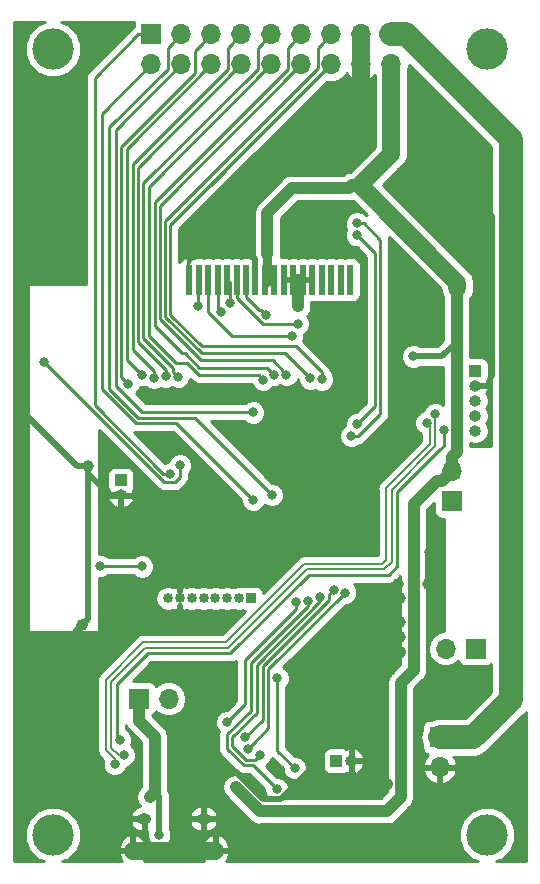
<source format=gbr>
G04 #@! TF.GenerationSoftware,KiCad,Pcbnew,5.0.1*
G04 #@! TF.CreationDate,2019-01-30T17:32:38+03:00*
G04 #@! TF.ProjectId,core,636F72652E6B696361645F7063620000,rev?*
G04 #@! TF.SameCoordinates,Original*
G04 #@! TF.FileFunction,Copper,L2,Bot,Signal*
G04 #@! TF.FilePolarity,Positive*
%FSLAX46Y46*%
G04 Gerber Fmt 4.6, Leading zero omitted, Abs format (unit mm)*
G04 Created by KiCad (PCBNEW 5.0.1) date Wed 30 Jan 2019 05:32:38 PM MSK*
%MOMM*%
%LPD*%
G01*
G04 APERTURE LIST*
G04 #@! TA.AperFunction,ComponentPad*
%ADD10R,0.850000X0.850000*%
G04 #@! TD*
G04 #@! TA.AperFunction,ComponentPad*
%ADD11O,0.850000X0.850000*%
G04 #@! TD*
G04 #@! TA.AperFunction,ComponentPad*
%ADD12R,1.700000X1.700000*%
G04 #@! TD*
G04 #@! TA.AperFunction,ComponentPad*
%ADD13O,1.700000X1.700000*%
G04 #@! TD*
G04 #@! TA.AperFunction,SMDPad,CuDef*
%ADD14R,0.508000X2.500000*%
G04 #@! TD*
G04 #@! TA.AperFunction,ComponentPad*
%ADD15O,1.250000X0.950000*%
G04 #@! TD*
G04 #@! TA.AperFunction,ComponentPad*
%ADD16O,1.000000X1.550000*%
G04 #@! TD*
G04 #@! TA.AperFunction,ComponentPad*
%ADD17R,1.000000X1.000000*%
G04 #@! TD*
G04 #@! TA.AperFunction,ComponentPad*
%ADD18O,1.000000X1.000000*%
G04 #@! TD*
G04 #@! TA.AperFunction,ViaPad*
%ADD19C,3.500000*%
G04 #@! TD*
G04 #@! TA.AperFunction,ViaPad*
%ADD20C,1.000000*%
G04 #@! TD*
G04 #@! TA.AperFunction,ViaPad*
%ADD21C,0.800000*%
G04 #@! TD*
G04 #@! TA.AperFunction,Conductor*
%ADD22C,0.750000*%
G04 #@! TD*
G04 #@! TA.AperFunction,Conductor*
%ADD23C,0.500000*%
G04 #@! TD*
G04 #@! TA.AperFunction,Conductor*
%ADD24C,1.000000*%
G04 #@! TD*
G04 #@! TA.AperFunction,Conductor*
%ADD25C,1.500000*%
G04 #@! TD*
G04 #@! TA.AperFunction,Conductor*
%ADD26C,0.250000*%
G04 #@! TD*
G04 #@! TA.AperFunction,Conductor*
%ADD27C,2.000000*%
G04 #@! TD*
G04 #@! TA.AperFunction,Conductor*
%ADD28C,0.200000*%
G04 #@! TD*
G04 #@! TA.AperFunction,Conductor*
%ADD29C,0.254000*%
G04 #@! TD*
G04 APERTURE END LIST*
D10*
G04 #@! TO.P,J10,1*
G04 #@! TO.N,/C6*
X168000000Y-97750000D03*
D11*
G04 #@! TO.P,J10,2*
G04 #@! TO.N,/C5*
X167000000Y-97750000D03*
G04 #@! TO.P,J10,3*
G04 #@! TO.N,/C4*
X166000000Y-97750000D03*
G04 #@! TO.P,J10,4*
G04 #@! TO.N,/C3*
X165000000Y-97750000D03*
G04 #@! TO.P,J10,5*
G04 #@! TO.N,/C2*
X164000000Y-97750000D03*
G04 #@! TO.P,J10,6*
G04 #@! TO.N,/C1*
X163000000Y-97750000D03*
G04 #@! TO.P,J10,7*
G04 #@! TO.N,GND*
X162000000Y-97750000D03*
G04 #@! TO.P,J10,8*
G04 #@! TO.N,+3V3*
X161000000Y-97750000D03*
G04 #@! TD*
D12*
G04 #@! TO.P,J9,1*
G04 #@! TO.N,/A_SD*
X159590000Y-50000000D03*
D13*
G04 #@! TO.P,J9,2*
G04 #@! TO.N,/A_WS*
X159590000Y-52540000D03*
G04 #@! TO.P,J9,3*
G04 #@! TO.N,/A_SCK*
X162130000Y-50000000D03*
G04 #@! TO.P,J9,4*
G04 #@! TO.N,/A_MCK*
X162130000Y-52540000D03*
G04 #@! TO.P,J9,5*
G04 #@! TO.N,/AS_MOSI*
X164670000Y-50000000D03*
G04 #@! TO.P,J9,6*
G04 #@! TO.N,/AS_MISO*
X164670000Y-52540000D03*
G04 #@! TO.P,J9,7*
G04 #@! TO.N,/AG_1*
X167210000Y-50000000D03*
G04 #@! TO.P,J9,8*
G04 #@! TO.N,/AG_0*
X167210000Y-52540000D03*
G04 #@! TO.P,J9,9*
G04 #@! TO.N,/AS_SCK*
X169750000Y-50000000D03*
G04 #@! TO.P,J9,10*
G04 #@! TO.N,/AC_SDA*
X169750000Y-52540000D03*
G04 #@! TO.P,J9,11*
G04 #@! TO.N,/AC_SCL*
X172290000Y-50000000D03*
G04 #@! TO.P,J9,12*
G04 #@! TO.N,/AG_4*
X172290000Y-52540000D03*
G04 #@! TO.P,J9,13*
G04 #@! TO.N,/AG_3*
X174830000Y-50000000D03*
G04 #@! TO.P,J9,14*
G04 #@! TO.N,/AG_2*
X174830000Y-52540000D03*
G04 #@! TO.P,J9,15*
G04 #@! TO.N,GND*
X177370000Y-50000000D03*
G04 #@! TO.P,J9,16*
X177370000Y-52540000D03*
G04 #@! TO.P,J9,17*
G04 #@! TO.N,+BATT*
X179910000Y-50000000D03*
G04 #@! TO.P,J9,18*
G04 #@! TO.N,+3V3*
X179910000Y-52540000D03*
G04 #@! TD*
D14*
G04 #@! TO.P,J6,18*
G04 #@! TO.N,Net-(J6-Pad18)*
X176400000Y-70766481D03*
G04 #@! TO.P,J6,17*
G04 #@! TO.N,Net-(J6-Pad17)*
X175600000Y-70766481D03*
G04 #@! TO.P,J6,16*
G04 #@! TO.N,Net-(J6-Pad16)*
X174800000Y-70766481D03*
G04 #@! TO.P,J6,15*
G04 #@! TO.N,Net-(J6-Pad15)*
X174000000Y-70766481D03*
G04 #@! TO.P,J6,14*
G04 #@! TO.N,Net-(J6-Pad11)*
X173200000Y-70766481D03*
G04 #@! TO.P,J6,13*
X172400000Y-70766481D03*
G04 #@! TO.P,J6,12*
X171600000Y-70766481D03*
G04 #@! TO.P,J6,11*
X170800000Y-70766481D03*
G04 #@! TO.P,J6,10*
G04 #@! TO.N,+3V3*
X170000000Y-70766481D03*
G04 #@! TO.P,J6,9*
X169200000Y-70766481D03*
G04 #@! TO.P,J6,8*
G04 #@! TO.N,GND*
X168400000Y-70766481D03*
G04 #@! TO.P,J6,7*
G04 #@! TO.N,/L_MISO*
X167600000Y-70766481D03*
G04 #@! TO.P,J6,6*
G04 #@! TO.N,/L_MOSI*
X166800000Y-70766481D03*
G04 #@! TO.P,J6,5*
G04 #@! TO.N,/L_CS*
X166000000Y-70766481D03*
G04 #@! TO.P,J6,4*
G04 #@! TO.N,/L_DC*
X165200000Y-70766481D03*
G04 #@! TO.P,J6,3*
G04 #@! TO.N,/L_SCK*
X164400000Y-70766481D03*
G04 #@! TO.P,J6,2*
G04 #@! TO.N,/L_RST*
X163600000Y-70766481D03*
G04 #@! TO.P,J6,1*
G04 #@! TO.N,GND*
X162800000Y-70766481D03*
G04 #@! TD*
D15*
G04 #@! TO.P,J1,6*
G04 #@! TO.N,GND*
X159000000Y-116400000D03*
X164000000Y-116400000D03*
D16*
X158000000Y-119100000D03*
X165000000Y-119100000D03*
G04 #@! TD*
D12*
G04 #@! TO.P,J3,1*
G04 #@! TO.N,Net-(C16-Pad1)*
X185000000Y-89500000D03*
D13*
G04 #@! TO.P,J3,2*
G04 #@! TO.N,+3V3*
X185000000Y-86960000D03*
G04 #@! TD*
D12*
G04 #@! TO.P,J4,1*
G04 #@! TO.N,Net-(C21-Pad1)*
X187040000Y-102000000D03*
D13*
G04 #@! TO.P,J4,2*
G04 #@! TO.N,VCCQ*
X184500000Y-102000000D03*
G04 #@! TD*
G04 #@! TO.P,J5,2*
G04 #@! TO.N,VBUS*
X161040000Y-106250000D03*
D12*
G04 #@! TO.P,J5,1*
G04 #@! TO.N,Net-(J1-Pad1)*
X158500000Y-106250000D03*
G04 #@! TD*
D17*
G04 #@! TO.P,TS1,1*
G04 #@! TO.N,Net-(R4-Pad2)*
X175250000Y-111500000D03*
D18*
G04 #@! TO.P,TS1,2*
G04 #@! TO.N,GND*
X176520000Y-111500000D03*
G04 #@! TD*
D12*
G04 #@! TO.P,BT1,1*
G04 #@! TO.N,+BATT*
X184000000Y-109500000D03*
D13*
G04 #@! TO.P,BT1,2*
G04 #@! TO.N,GND*
X184000000Y-112040000D03*
G04 #@! TD*
D17*
G04 #@! TO.P,J2,1*
G04 #@! TO.N,Net-(C24-Pad1)*
X157000000Y-87730000D03*
D18*
G04 #@! TO.P,J2,2*
G04 #@! TO.N,GND*
X157000000Y-89000000D03*
G04 #@! TD*
D17*
G04 #@! TO.P,J8,1*
G04 #@! TO.N,/D_SWDCLK*
X187000000Y-78460000D03*
D18*
G04 #@! TO.P,J8,2*
G04 #@! TO.N,GND*
X187000000Y-79730000D03*
G04 #@! TO.P,J8,3*
G04 #@! TO.N,/D_SWDIO*
X187000000Y-81000000D03*
G04 #@! TO.P,J8,4*
G04 #@! TO.N,/D_TX*
X187000000Y-82270000D03*
G04 #@! TO.P,J8,5*
G04 #@! TO.N,Net-(J8-Pad5)*
X187000000Y-83540000D03*
G04 #@! TD*
D19*
G04 #@! TO.N,*
X188000000Y-117750000D03*
X151250000Y-117750000D03*
X151250000Y-51250000D03*
X188000000Y-51250000D03*
D20*
G04 #@! TO.N,+3V3*
X169416636Y-68583364D03*
X177250000Y-62750000D03*
D21*
X166750000Y-113750000D03*
D20*
X185500000Y-71500000D03*
D21*
X181750000Y-77250000D03*
D20*
G04 #@! TO.N,GND*
X176901539Y-105065641D03*
X175500000Y-105000000D03*
X174116857Y-105580200D03*
X164000000Y-104000000D03*
X183000000Y-96500000D03*
X173500000Y-66000000D03*
X165500000Y-67500000D03*
D21*
X153750000Y-112750000D03*
X148500000Y-81750000D03*
X152000000Y-70500000D03*
D20*
X161750000Y-112500000D03*
X151250000Y-108250000D03*
X153750000Y-100000000D03*
X154250000Y-86500000D03*
D21*
X159750000Y-84000000D03*
D20*
X153250000Y-58500000D03*
X150500000Y-55750000D03*
X161600000Y-94400000D03*
X175000000Y-88250000D03*
X175579136Y-73254136D03*
X169250000Y-61250000D03*
X171750000Y-58250000D03*
X177750000Y-58250000D03*
X181250000Y-71250000D03*
X186250000Y-63000000D03*
X180599999Y-102250000D03*
X180599999Y-97750000D03*
X180599999Y-99750000D03*
X180599999Y-101000000D03*
X180500000Y-96500000D03*
X174010660Y-107193893D03*
X177250000Y-114000000D03*
X179500000Y-113500000D03*
X151750000Y-65500000D03*
X153250000Y-68250000D03*
X153250000Y-62250000D03*
X149250000Y-68250000D03*
X150000000Y-69500000D03*
X152000000Y-60500000D03*
X153250000Y-64250000D03*
X153250000Y-66500000D03*
X166250000Y-64500000D03*
D21*
X177750000Y-56500000D03*
D20*
X171457106Y-59750000D03*
X172750000Y-56750000D03*
X173500000Y-59000000D03*
X170457106Y-60750000D03*
X169750000Y-59500000D03*
X167000000Y-62000000D03*
X168500000Y-63250000D03*
X180750000Y-61750000D03*
X181000000Y-64000000D03*
X180000000Y-62750000D03*
X181500000Y-72750000D03*
D21*
X157000000Y-92000000D03*
D20*
X164200000Y-99800000D03*
X159389561Y-99110439D03*
X176000000Y-99110439D03*
X161600000Y-99400000D03*
X179200000Y-112000000D03*
X184000000Y-105200000D03*
X185000000Y-104200000D03*
X183169830Y-93827190D03*
X156250000Y-102250000D03*
D21*
G04 #@! TO.N,Net-(C19-Pad1)*
X171725000Y-112104670D03*
X170250000Y-104500000D03*
G04 #@! TO.N,Net-(J1-Pad1)*
X159470926Y-114529075D03*
X160250000Y-117750000D03*
D20*
G04 #@! TO.N,Net-(J6-Pad11)*
X172000000Y-73000000D03*
D21*
G04 #@! TO.N,/L_MISO*
X169265208Y-73734792D03*
G04 #@! TO.N,/L_MOSI*
X172000000Y-74500000D03*
G04 #@! TO.N,/L_CS*
X166207108Y-72775000D03*
G04 #@! TO.N,/L_DC*
X165500000Y-73500000D03*
G04 #@! TO.N,/L_SCK*
X171500000Y-75500000D03*
G04 #@! TO.N,/L_RST*
X163500000Y-73000000D03*
G04 #@! TO.N,/SD_D1*
X177000000Y-67000000D03*
X176987347Y-82987347D03*
G04 #@! TO.N,/SD_D0*
X176500000Y-84000000D03*
X177000000Y-66000000D03*
G04 #@! TO.N,/USB_ID*
X156925000Y-109697347D03*
X184321232Y-83500000D03*
G04 #@! TO.N,/USB_D-*
X182878768Y-82871232D03*
X156484647Y-111767225D03*
G04 #@! TO.N,/USB_D+*
X183621232Y-82128768D03*
X157227111Y-111024761D03*
G04 #@! TO.N,/BAT_INT*
X168750000Y-111000000D03*
X173862347Y-97612347D03*
G04 #@! TO.N,/BAT_SCL*
X175025000Y-97000000D03*
X167500000Y-109500000D03*
G04 #@! TO.N,/BAT_SDA*
X167750000Y-110500000D03*
X176000000Y-97250000D03*
G04 #@! TO.N,/BAT_CE*
X170189145Y-113871162D03*
X172854235Y-97984049D03*
G04 #@! TO.N,/BAT_PG*
X171854581Y-98010438D03*
X165987347Y-108237347D03*
G04 #@! TO.N,/AS_SCK*
X161846536Y-78970021D03*
G04 #@! TO.N,/AS_MISO*
X158811190Y-78850648D03*
G04 #@! TO.N,/AS_MOSI*
X157644357Y-79555643D03*
G04 #@! TO.N,/A_SD*
X161200000Y-87200000D03*
G04 #@! TO.N,/A_WS*
X168200000Y-89400000D03*
G04 #@! TO.N,/A_SCK*
X169800000Y-89000000D03*
G04 #@! TO.N,/A_MCK*
X168200000Y-82000000D03*
G04 #@! TO.N,/AC_SCL*
X170000000Y-78800000D03*
G04 #@! TO.N,/AC_SDA*
X169059066Y-79216239D03*
G04 #@! TO.N,/AG_0*
X160806605Y-78955395D03*
G04 #@! TO.N,/AG_1*
X159812567Y-79064442D03*
G04 #@! TO.N,/AG_2*
X174010518Y-79200953D03*
G04 #@! TO.N,/AG_3*
X173014597Y-79110709D03*
G04 #@! TO.N,/AG_4*
X171000000Y-78800000D03*
G04 #@! TO.N,/CRYST_2*
X162010042Y-86475000D03*
X150500000Y-77750000D03*
G04 #@! TO.N,/CRYST_1*
X158788541Y-95038541D03*
X155250000Y-95000000D03*
G04 #@! TD*
D22*
G04 #@! TO.N,+3V3*
X169416636Y-68583364D02*
X169416636Y-70916636D01*
D23*
X170000000Y-70766481D02*
X169200000Y-70766481D01*
D24*
X176292894Y-63000000D02*
X171500000Y-63000000D01*
X169416636Y-65083364D02*
X169416636Y-68583364D01*
X171500000Y-63000000D02*
X169416636Y-65083364D01*
X177250000Y-62750000D02*
X178000000Y-63500000D01*
X176542894Y-62750000D02*
X176292894Y-63000000D01*
X177250000Y-62750000D02*
X176542894Y-62750000D01*
X185421233Y-70921233D02*
X178000000Y-63500000D01*
X185000000Y-85757919D02*
X185421233Y-85336686D01*
X185000000Y-86960000D02*
X185000000Y-85757919D01*
D25*
X185500000Y-71000000D02*
X177250000Y-62750000D01*
X185500000Y-71500000D02*
X185500000Y-71000000D01*
X179910000Y-60090000D02*
X179910000Y-52540000D01*
X177250000Y-62750000D02*
X179910000Y-60090000D01*
D23*
X184171233Y-77250000D02*
X185421233Y-76000000D01*
X181750000Y-77250000D02*
X184171233Y-77250000D01*
D24*
X185421233Y-85336686D02*
X185421233Y-76000000D01*
X185421233Y-76000000D02*
X185421233Y-70921233D01*
X184150001Y-87809999D02*
X185000000Y-86960000D01*
X183729999Y-87809999D02*
X184150001Y-87809999D01*
X181799999Y-89739999D02*
X183729999Y-87809999D01*
X166750000Y-113750000D02*
X168750000Y-115750000D01*
X168750000Y-115750000D02*
X179500000Y-115750000D01*
X180700001Y-104899999D02*
X181799999Y-103800001D01*
X179500000Y-115750000D02*
X180700001Y-114549999D01*
X181799999Y-103800001D02*
X181799999Y-89739999D01*
X180700001Y-114549999D02*
X180700001Y-104899999D01*
D23*
G04 #@! TO.N,GND*
X166207106Y-67500000D02*
X165500000Y-67500000D01*
X166883519Y-67500000D02*
X166207106Y-67500000D01*
X168400000Y-69016481D02*
X166883519Y-67500000D01*
X168400000Y-70766481D02*
X168400000Y-69016481D01*
X164000000Y-116400000D02*
X164000000Y-115425000D01*
X164000000Y-115425000D02*
X164000000Y-114750000D01*
X164000000Y-114750000D02*
X161750000Y-112500000D01*
X153750000Y-112750000D02*
X153750000Y-110750000D01*
X153750000Y-110750000D02*
X151250000Y-108250000D01*
X151250000Y-108250000D02*
X151250000Y-102500000D01*
X151250000Y-102500000D02*
X153750000Y-100000000D01*
X153250000Y-86500000D02*
X148500000Y-81750000D01*
X154250000Y-86500000D02*
X153250000Y-86500000D01*
X154249999Y-99500001D02*
X153750000Y-100000000D01*
X154250000Y-86500000D02*
X154249999Y-99500001D01*
X154250000Y-87207106D02*
X154250000Y-86500000D01*
X156042894Y-89000000D02*
X154250000Y-87207106D01*
X157000000Y-89000000D02*
X156042894Y-89000000D01*
D26*
X153250000Y-58500000D02*
X153250000Y-61000000D01*
X153250000Y-61000000D02*
X151750000Y-62500000D01*
X153250000Y-58500000D02*
X150500000Y-55750000D01*
D25*
X165000000Y-119100000D02*
X158000000Y-119100000D01*
D23*
X169750000Y-95500000D02*
X169750000Y-93500000D01*
X169750000Y-93500000D02*
X175000000Y-88250000D01*
X175000000Y-88250000D02*
X175000000Y-86500000D01*
X175000000Y-86500000D02*
X173250000Y-84750000D01*
X173250000Y-84750000D02*
X173250000Y-83750000D01*
X173250000Y-83750000D02*
X176000000Y-81000000D01*
X176000000Y-81000000D02*
X176000000Y-73675000D01*
X176000000Y-73675000D02*
X175579136Y-73254136D01*
D26*
X165500000Y-67500000D02*
X165500000Y-65000000D01*
X165500000Y-65000000D02*
X169250000Y-61250000D01*
X171750000Y-58250000D02*
X177750000Y-58250000D01*
X187707106Y-79730000D02*
X188500000Y-78937106D01*
X187000000Y-79730000D02*
X187707106Y-79730000D01*
X188500000Y-78937106D02*
X188500000Y-65250000D01*
X188500000Y-65250000D02*
X186250000Y-63000000D01*
X186250000Y-63000000D02*
X181250000Y-63000000D01*
D23*
X162457106Y-112500000D02*
X161750000Y-112500000D01*
X169064679Y-114721163D02*
X166843516Y-112500000D01*
X166843516Y-112500000D02*
X162457106Y-112500000D01*
X170597146Y-114721163D02*
X169064679Y-114721163D01*
X173616858Y-111701451D02*
X170597146Y-114721163D01*
X173616858Y-106080199D02*
X173616858Y-111701451D01*
X174116857Y-105580200D02*
X173616858Y-106080199D01*
D24*
X176901539Y-105065641D02*
X177784358Y-105065641D01*
X177784358Y-105065641D02*
X180599999Y-102250000D01*
X177250000Y-114000000D02*
X179000000Y-114000000D01*
X179000000Y-114000000D02*
X179500000Y-113500000D01*
X151750000Y-62500000D02*
X151750000Y-65500000D01*
X153250000Y-58500000D02*
X153250000Y-62250000D01*
X153250000Y-68250000D02*
X149250000Y-68250000D01*
X153250000Y-68250000D02*
X151250000Y-68250000D01*
X151250000Y-68250000D02*
X150000000Y-69500000D01*
X153250000Y-62250000D02*
X153250000Y-61750000D01*
X153250000Y-61750000D02*
X152000000Y-60500000D01*
X153250000Y-62250000D02*
X153250000Y-64250000D01*
X153250000Y-64250000D02*
X153250000Y-66500000D01*
X153250000Y-68250000D02*
X153250000Y-66500000D01*
D23*
X177750000Y-58250000D02*
X177750000Y-56500000D01*
D25*
X177370000Y-50000000D02*
X177370000Y-52540000D01*
X177370000Y-57870000D02*
X177750000Y-58250000D01*
X177370000Y-52540000D02*
X177370000Y-57870000D01*
D23*
X166250000Y-64250000D02*
X169250000Y-61250000D01*
X166250000Y-64500000D02*
X166250000Y-64250000D01*
X166250000Y-64500000D02*
X167250000Y-64500000D01*
X167250000Y-64500000D02*
X168500000Y-63250000D01*
X181250000Y-63000000D02*
X181250000Y-62250000D01*
X181250000Y-62250000D02*
X180750000Y-61750000D01*
X181250000Y-63000000D02*
X180250000Y-63000000D01*
X180250000Y-63000000D02*
X180000000Y-62750000D01*
X181250000Y-71250000D02*
X181250000Y-72500000D01*
X181250000Y-72500000D02*
X181500000Y-72750000D01*
X164200000Y-99800000D02*
X162000000Y-99800000D01*
X162000000Y-99800000D02*
X161600000Y-99400000D01*
X176520000Y-111500000D02*
X178700000Y-111500000D01*
X178700000Y-111500000D02*
X179200000Y-112000000D01*
X183000000Y-96500000D02*
X183000000Y-93997020D01*
X183000000Y-93997020D02*
X183169830Y-93827190D01*
D26*
G04 #@! TO.N,Net-(C19-Pad1)*
X170250000Y-110629670D02*
X171725000Y-112104670D01*
X170250000Y-104500000D02*
X170250000Y-110629670D01*
D27*
G04 #@! TO.N,+BATT*
X186850000Y-109500000D02*
X184000000Y-109500000D01*
X190000000Y-106350000D02*
X186850000Y-109500000D01*
X190000000Y-58887919D02*
X190000000Y-106350000D01*
X181112081Y-50000000D02*
X190000000Y-58887919D01*
X179910000Y-50000000D02*
X181112081Y-50000000D01*
D24*
G04 #@! TO.N,Net-(J1-Pad1)*
X158500000Y-108100000D02*
X158500000Y-106250000D01*
X159870925Y-109470925D02*
X158500000Y-108100000D01*
X159870925Y-114129076D02*
X159870925Y-109470925D01*
X159470926Y-114529075D02*
X159870925Y-114129076D01*
D23*
X160250000Y-114508151D02*
X159870925Y-114129076D01*
X160250000Y-117750000D02*
X160250000Y-114508151D01*
G04 #@! TO.N,Net-(J6-Pad11)*
X170800000Y-70766481D02*
X171600000Y-70766481D01*
X173200000Y-70766481D02*
X172400000Y-70766481D01*
X171600000Y-70766481D02*
X172000000Y-70766481D01*
X172000000Y-70766481D02*
X172400000Y-70766481D01*
D24*
X172000000Y-73000000D02*
X172000000Y-70766481D01*
D26*
G04 #@! TO.N,/L_MISO*
X167600000Y-72266481D02*
X167600000Y-70766481D01*
X168668312Y-73334793D02*
X167600000Y-72266481D01*
X168865209Y-73334793D02*
X168668312Y-73334793D01*
X169265208Y-73734792D02*
X168865209Y-73334793D01*
G04 #@! TO.N,/L_MOSI*
X166800000Y-72266481D02*
X166800000Y-70766481D01*
X166800000Y-72294890D02*
X166800000Y-72266481D01*
X169005110Y-74500000D02*
X166800000Y-72294890D01*
X172000000Y-74500000D02*
X169005110Y-74500000D01*
G04 #@! TO.N,/L_CS*
X166207108Y-70973589D02*
X166000000Y-70766481D01*
X166207108Y-72775000D02*
X166207108Y-70973589D01*
G04 #@! TO.N,/L_DC*
X165200000Y-70766481D02*
X165200000Y-73200000D01*
X165200000Y-73200000D02*
X165500000Y-73500000D01*
G04 #@! TO.N,/L_SCK*
X164400000Y-73473002D02*
X164400000Y-72266481D01*
X166426998Y-75500000D02*
X164400000Y-73473002D01*
X164400000Y-72266481D02*
X164400000Y-70766481D01*
X171500000Y-75500000D02*
X166426998Y-75500000D01*
G04 #@! TO.N,/L_RST*
X163500000Y-70866481D02*
X163600000Y-70766481D01*
X163500000Y-73000000D02*
X163500000Y-70866481D01*
G04 #@! TO.N,/SD_D1*
X177000000Y-67000000D02*
X178500000Y-68500000D01*
X178500000Y-68500000D02*
X178500000Y-81474694D01*
X178500000Y-81474694D02*
X176987347Y-82987347D01*
G04 #@! TO.N,/SD_D0*
X177565685Y-66000000D02*
X177000000Y-66000000D01*
X178950010Y-67384325D02*
X177565685Y-66000000D01*
X178950010Y-82115675D02*
X178950010Y-67384325D01*
X177065685Y-84000000D02*
X178950010Y-82115675D01*
X176500000Y-84000000D02*
X177065685Y-84000000D01*
G04 #@! TO.N,/USB_ID*
X184321232Y-84848022D02*
X184046240Y-85123014D01*
X184046240Y-85123014D02*
X180400010Y-88769244D01*
X180400010Y-88769244D02*
X180400010Y-95019244D01*
X179669254Y-95750000D02*
X172919254Y-95750000D01*
X180400010Y-95019244D02*
X179669254Y-95750000D01*
X172919254Y-95750000D02*
X166269244Y-102400010D01*
X166269244Y-102400010D02*
X159269244Y-102400010D01*
X159269244Y-102400010D02*
X156650010Y-105019244D01*
X156650010Y-105019244D02*
X156650010Y-109422357D01*
X156650010Y-109422357D02*
X156925000Y-109697347D01*
X184321232Y-83500000D02*
X184321232Y-84000000D01*
X184321232Y-83571242D02*
X184321232Y-84000000D01*
X184321232Y-84000000D02*
X184321232Y-84848022D01*
D28*
G04 #@! TO.N,/USB_D-*
X182878768Y-82871232D02*
X183171232Y-83163696D01*
X183171232Y-83163696D02*
X183171232Y-84689872D01*
X183171232Y-84689872D02*
X179475010Y-88386094D01*
X179475010Y-88386094D02*
X179475010Y-94476278D01*
X179475010Y-94476278D02*
X179126288Y-94825000D01*
X179126288Y-94825000D02*
X172536104Y-94825000D01*
X172536104Y-94825000D02*
X165886094Y-101475010D01*
X165886094Y-101475010D02*
X158886094Y-101475010D01*
X158886094Y-101475010D02*
X155725010Y-104636094D01*
X156484647Y-111392271D02*
X156484647Y-111767225D01*
X155725010Y-104636094D02*
X155725010Y-110583323D01*
X155725010Y-110583323D02*
X156477129Y-111335442D01*
X156477129Y-111335442D02*
X156477129Y-111384753D01*
X156477129Y-111384753D02*
X156484647Y-111392271D01*
G04 #@! TO.N,/USB_D+*
X183621232Y-84876272D02*
X179925010Y-88572494D01*
X183621232Y-82128768D02*
X183621232Y-84876272D01*
X179925010Y-88572494D02*
X179925010Y-94662678D01*
X179925010Y-94662678D02*
X179312688Y-95275000D01*
X179312688Y-95275000D02*
X172722504Y-95275000D01*
X172722504Y-95275000D02*
X166072494Y-101925010D01*
X166072494Y-101925010D02*
X159072494Y-101925010D01*
X159072494Y-101925010D02*
X156175010Y-104822494D01*
X156175010Y-110396925D02*
X156802846Y-111024761D01*
X156175010Y-104822494D02*
X156175010Y-110396925D01*
X156802846Y-111024761D02*
X157227111Y-111024761D01*
D26*
G04 #@! TO.N,/BAT_INT*
X168350001Y-111399999D02*
X168750000Y-111000000D01*
X173862347Y-97612347D02*
X173862347Y-98001243D01*
X167576997Y-111399999D02*
X168350001Y-111399999D01*
X168500000Y-103363590D02*
X168500000Y-107450010D01*
X173862347Y-98001243D02*
X168500000Y-103363590D01*
X168500000Y-107450010D02*
X166450010Y-109500000D01*
X166450010Y-109500000D02*
X166450010Y-110273012D01*
X166450010Y-110273012D02*
X167576997Y-111399999D01*
G04 #@! TO.N,/BAT_SCL*
X174625001Y-97874999D02*
X169000000Y-103500000D01*
X169000000Y-103500000D02*
X169000000Y-108000000D01*
X174625001Y-97399999D02*
X174625001Y-97874999D01*
X169000000Y-108000000D02*
X167500000Y-109500000D01*
X175025000Y-97000000D02*
X174625001Y-97399999D01*
G04 #@! TO.N,/BAT_SDA*
X169500000Y-103750000D02*
X169500000Y-108750000D01*
X169500000Y-108750000D02*
X168250000Y-110000000D01*
X168250000Y-110000000D02*
X167750000Y-110500000D01*
X176000000Y-97250000D02*
X169500000Y-103750000D01*
G04 #@! TO.N,/BAT_CE*
X168167992Y-111850009D02*
X170189145Y-113871162D01*
X166000000Y-109250000D02*
X166000000Y-110459412D01*
X172854235Y-98372945D02*
X168000000Y-103227180D01*
X168000000Y-103227180D02*
X168000000Y-107250000D01*
X172854235Y-97984049D02*
X172854235Y-98372945D01*
X168000000Y-107250000D02*
X166000000Y-109250000D01*
X167390597Y-111850009D02*
X168167992Y-111850009D01*
X166000000Y-110459412D02*
X167390597Y-111850009D01*
G04 #@! TO.N,/BAT_PG*
X167500000Y-103000000D02*
X171854581Y-98645419D01*
X171854581Y-98645419D02*
X171854581Y-98010438D01*
X167500000Y-103500000D02*
X167500000Y-103000000D01*
X167500000Y-103500000D02*
X167500000Y-106724695D01*
X167250000Y-106974695D02*
X167249999Y-106974695D01*
X167249999Y-106974695D02*
X165987347Y-108237347D01*
X167500000Y-106724695D02*
X167250000Y-106974695D01*
G04 #@! TO.N,/AS_SCK*
X161446537Y-78246537D02*
X158900020Y-75700020D01*
X161846536Y-78970021D02*
X161446537Y-78570022D01*
X161446537Y-78570022D02*
X161446537Y-78246537D01*
X168900001Y-50849999D02*
X169750000Y-50000000D01*
X168574999Y-51175001D02*
X168900001Y-50849999D01*
X168574999Y-52914003D02*
X168574999Y-51175001D01*
X158900020Y-63250000D02*
X158900020Y-62588982D01*
X158900020Y-62588982D02*
X168574999Y-52914003D01*
X158900020Y-75700020D02*
X158900020Y-63250000D01*
G04 #@! TO.N,/AS_MISO*
X158811190Y-78850648D02*
X157500020Y-77539478D01*
X157500020Y-61000000D02*
X157500020Y-59709980D01*
X157500020Y-59709980D02*
X164670000Y-52540000D01*
X157500020Y-77539478D02*
X157500020Y-61000000D01*
G04 #@! TO.N,/AS_MOSI*
X157644357Y-79555643D02*
X157050010Y-78961296D01*
X163820001Y-50849999D02*
X164670000Y-50000000D01*
X163305001Y-51364999D02*
X163820001Y-50849999D01*
X157050010Y-59500000D02*
X163305001Y-53245009D01*
X163305001Y-53245009D02*
X163305001Y-51364999D01*
X157050010Y-78961296D02*
X157050010Y-59500000D01*
G04 #@! TO.N,/A_SD*
X158490000Y-50000000D02*
X159590000Y-50000000D01*
X154800000Y-53690000D02*
X158490000Y-50000000D01*
X154800000Y-81400000D02*
X154800000Y-53690000D01*
X160600000Y-87200000D02*
X154800000Y-81400000D01*
X161200000Y-87200000D02*
X160600000Y-87200000D01*
G04 #@! TO.N,/A_WS*
X168200000Y-89400000D02*
X161700020Y-82900020D01*
X158263609Y-82900019D02*
X155400000Y-80036410D01*
X161700020Y-82900020D02*
X158263609Y-82900019D01*
X155400000Y-56730000D02*
X159590000Y-52540000D01*
X155400000Y-57750000D02*
X155400000Y-56730000D01*
X155400000Y-57750000D02*
X155400000Y-57000000D01*
X155400000Y-80036410D02*
X155400000Y-57750000D01*
G04 #@! TO.N,/A_SCK*
X169800000Y-89000000D02*
X163250010Y-82450010D01*
X163250010Y-82450010D02*
X158450010Y-82450010D01*
X158450010Y-82450010D02*
X156000000Y-80000000D01*
X161280001Y-50849999D02*
X162130000Y-50000000D01*
X160954999Y-51175001D02*
X161280001Y-50849999D01*
X160954999Y-52914003D02*
X160954999Y-51175001D01*
X156000000Y-57869002D02*
X160954999Y-52914003D01*
X156000000Y-58250000D02*
X156000000Y-57869002D01*
X156000000Y-80000000D02*
X156000000Y-58250000D01*
G04 #@! TO.N,/A_MCK*
X168200000Y-82000000D02*
X158800000Y-82000000D01*
X158800000Y-82000000D02*
X156600000Y-79800000D01*
X156600000Y-58070000D02*
X162130000Y-52540000D01*
X156600000Y-59750000D02*
X156600000Y-58070000D01*
X156600000Y-79800000D02*
X156600000Y-59750000D01*
G04 #@! TO.N,/AC_SCL*
X171440001Y-50849999D02*
X172290000Y-50000000D01*
X171114999Y-52914003D02*
X171114999Y-51175001D01*
X170000000Y-78800000D02*
X169400000Y-78200000D01*
X159850010Y-64178992D02*
X171114999Y-52914003D01*
X162436410Y-77000000D02*
X162200000Y-77000000D01*
X169400000Y-78200000D02*
X163636410Y-78200000D01*
X171114999Y-51175001D02*
X171440001Y-50849999D01*
X163636410Y-78200000D02*
X162436410Y-77000000D01*
X159850010Y-74650010D02*
X159850010Y-64178992D01*
X162200000Y-77000000D02*
X159850010Y-74650010D01*
G04 #@! TO.N,/AC_SDA*
X168659067Y-78816240D02*
X163616240Y-78816240D01*
X169059066Y-79216239D02*
X168659067Y-78816240D01*
X162600000Y-77800000D02*
X161636410Y-77800000D01*
X163616240Y-78816240D02*
X162600000Y-77800000D01*
X161636410Y-77800000D02*
X159400000Y-75563590D01*
X159400000Y-75563590D02*
X159400000Y-65200000D01*
X159400000Y-62890000D02*
X169750000Y-52540000D01*
X159400000Y-64750000D02*
X159400000Y-62890000D01*
X159400000Y-65200000D02*
X159400000Y-64750000D01*
G04 #@! TO.N,/AG_0*
X160806605Y-78389710D02*
X158450010Y-76033115D01*
X160806605Y-78955395D02*
X160806605Y-78389710D01*
X158450010Y-61299990D02*
X167210000Y-52540000D01*
X158450010Y-63250000D02*
X158450010Y-61299990D01*
X158450010Y-76033115D02*
X158450010Y-63250000D01*
G04 #@! TO.N,/AG_1*
X159812567Y-78498757D02*
X158000000Y-76686190D01*
X159812567Y-79064442D02*
X159812567Y-78498757D01*
X166360001Y-50849999D02*
X167210000Y-50000000D01*
X166034999Y-51175001D02*
X166360001Y-50849999D01*
X158000000Y-60949002D02*
X166034999Y-52914003D01*
X158000000Y-61750000D02*
X158000000Y-60949002D01*
X166034999Y-52914003D02*
X166034999Y-51175001D01*
X158000000Y-76686190D02*
X158000000Y-61750000D01*
G04 #@! TO.N,/AG_2*
X174010518Y-78610518D02*
X171800000Y-76400000D01*
X174010518Y-79200953D02*
X174010518Y-78610518D01*
X171800000Y-76400000D02*
X163872820Y-76400000D01*
X163872820Y-76400000D02*
X161200040Y-73727220D01*
X164620000Y-62750000D02*
X174830000Y-52540000D01*
X174830000Y-52540000D02*
X161200040Y-66169960D01*
X161200040Y-66169960D02*
X161200040Y-69500000D01*
X161200040Y-73727220D02*
X161200040Y-69500000D01*
G04 #@! TO.N,/AG_3*
X173014597Y-79110709D02*
X170903888Y-77000000D01*
X170903888Y-77000000D02*
X163836410Y-77000000D01*
X163836410Y-77000000D02*
X160750030Y-73913620D01*
X160750030Y-66250000D02*
X160750030Y-65749970D01*
X160750030Y-73913620D02*
X160750030Y-66250000D01*
X173980001Y-50849999D02*
X174830000Y-50000000D01*
X173654999Y-52845001D02*
X173654999Y-51175001D01*
X173654999Y-51175001D02*
X173980001Y-50849999D01*
X160750030Y-65749970D02*
X173654999Y-52845001D01*
G04 #@! TO.N,/AG_4*
X170725001Y-78451999D02*
X169873002Y-77600000D01*
X170725001Y-78725001D02*
X170725001Y-78451999D01*
X171000000Y-78800000D02*
X170800000Y-78800000D01*
X170800000Y-78800000D02*
X170725001Y-78725001D01*
X169873002Y-77600000D02*
X163800000Y-77600000D01*
X163800000Y-77600000D02*
X160300020Y-74100020D01*
X160300020Y-65500000D02*
X160300020Y-64529980D01*
X160300020Y-66500000D02*
X160300020Y-65449980D01*
X160300020Y-66500000D02*
X160300020Y-65500000D01*
X160300020Y-74100020D02*
X160300020Y-66500000D01*
X160300020Y-64529980D02*
X172290000Y-52540000D01*
X160300020Y-65449980D02*
X160300020Y-64529980D01*
G04 #@! TO.N,/CRYST_2*
X160675001Y-87925001D02*
X150500000Y-77750000D01*
X161548001Y-87925001D02*
X160675001Y-87925001D01*
X162010042Y-86475000D02*
X162010042Y-87462960D01*
X162010042Y-87462960D02*
X161548001Y-87925001D01*
G04 #@! TO.N,/CRYST_1*
X158788541Y-95038541D02*
X155288541Y-95038541D01*
X155288541Y-95038541D02*
X155250000Y-95000000D01*
G04 #@! TD*
D29*
G04 #@! TO.N,GND*
G36*
X149899006Y-49228095D02*
X149228095Y-49899006D01*
X148865000Y-50775594D01*
X148865000Y-51724406D01*
X149228095Y-52600994D01*
X149899006Y-53271905D01*
X150775594Y-53635000D01*
X151724406Y-53635000D01*
X152600994Y-53271905D01*
X153271905Y-52600994D01*
X153635000Y-51724406D01*
X153635000Y-50775594D01*
X153271905Y-49899006D01*
X152600994Y-49228095D01*
X151953756Y-48960000D01*
X158130353Y-48960000D01*
X158092560Y-49150000D01*
X158092560Y-49351517D01*
X157942071Y-49452071D01*
X157899671Y-49515527D01*
X154315528Y-53099671D01*
X154252072Y-53142071D01*
X154209672Y-53205527D01*
X154209671Y-53205528D01*
X154084097Y-53393463D01*
X154025112Y-53690000D01*
X154040001Y-53764852D01*
X154040000Y-71123000D01*
X149250000Y-71123000D01*
X149201399Y-71132667D01*
X149160197Y-71160197D01*
X149132667Y-71201399D01*
X149123000Y-71250000D01*
X149123000Y-100500000D01*
X149132667Y-100548601D01*
X149160197Y-100589803D01*
X149201399Y-100617333D01*
X149250000Y-100627000D01*
X155000000Y-100627000D01*
X155048601Y-100617333D01*
X155089803Y-100589803D01*
X155117333Y-100548601D01*
X155127000Y-100500000D01*
X155127000Y-96035000D01*
X155455874Y-96035000D01*
X155836280Y-95877431D01*
X155915170Y-95798541D01*
X158084830Y-95798541D01*
X158202261Y-95915972D01*
X158582667Y-96073541D01*
X158994415Y-96073541D01*
X159374821Y-95915972D01*
X159665972Y-95624821D01*
X159823541Y-95244415D01*
X159823541Y-94832667D01*
X159665972Y-94452261D01*
X159374821Y-94161110D01*
X158994415Y-94003541D01*
X158582667Y-94003541D01*
X158202261Y-94161110D01*
X158084830Y-94278541D01*
X155992252Y-94278541D01*
X155836280Y-94122569D01*
X155455874Y-93965000D01*
X155127000Y-93965000D01*
X155127000Y-89301874D01*
X155905881Y-89301874D01*
X156012873Y-89560209D01*
X156302396Y-89895323D01*
X156698123Y-90094132D01*
X156873000Y-89969135D01*
X156873000Y-89127000D01*
X157127000Y-89127000D01*
X157127000Y-89969135D01*
X157301877Y-90094132D01*
X157697604Y-89895323D01*
X157987127Y-89560209D01*
X158094119Y-89301874D01*
X157967954Y-89127000D01*
X157127000Y-89127000D01*
X156873000Y-89127000D01*
X156032046Y-89127000D01*
X155905881Y-89301874D01*
X155127000Y-89301874D01*
X155127000Y-87230000D01*
X155852560Y-87230000D01*
X155852560Y-88230000D01*
X155901843Y-88477765D01*
X155960678Y-88565817D01*
X155905881Y-88698126D01*
X156032046Y-88873000D01*
X156477678Y-88873000D01*
X156500000Y-88877440D01*
X157500000Y-88877440D01*
X157522322Y-88873000D01*
X157967954Y-88873000D01*
X158094119Y-88698126D01*
X158039322Y-88565817D01*
X158098157Y-88477765D01*
X158147440Y-88230000D01*
X158147440Y-87230000D01*
X158098157Y-86982235D01*
X157957809Y-86772191D01*
X157747765Y-86631843D01*
X157500000Y-86582560D01*
X156500000Y-86582560D01*
X156252235Y-86631843D01*
X156042191Y-86772191D01*
X155901843Y-86982235D01*
X155852560Y-87230000D01*
X155127000Y-87230000D01*
X155127000Y-83451802D01*
X160084674Y-88409477D01*
X160127072Y-88472930D01*
X160190525Y-88515328D01*
X160190527Y-88515330D01*
X160276080Y-88572494D01*
X160378464Y-88640905D01*
X160600149Y-88685001D01*
X160600153Y-88685001D01*
X160675000Y-88699889D01*
X160749847Y-88685001D01*
X161473154Y-88685001D01*
X161548001Y-88699889D01*
X161622848Y-88685001D01*
X161622853Y-88685001D01*
X161844538Y-88640905D01*
X162095930Y-88472930D01*
X162138332Y-88409471D01*
X162494512Y-88053291D01*
X162557971Y-88010889D01*
X162705345Y-87790329D01*
X162725946Y-87759498D01*
X162752010Y-87628463D01*
X162770042Y-87537812D01*
X162770042Y-87537808D01*
X162784930Y-87462960D01*
X162770042Y-87388112D01*
X162770042Y-87178711D01*
X162887473Y-87061280D01*
X163045042Y-86680874D01*
X163045042Y-86269126D01*
X162887473Y-85888720D01*
X162596322Y-85597569D01*
X162215916Y-85440000D01*
X161804168Y-85440000D01*
X161423762Y-85597569D01*
X161132611Y-85888720D01*
X161018172Y-86165000D01*
X160994126Y-86165000D01*
X160743581Y-86268779D01*
X158121427Y-83646626D01*
X158263609Y-83674907D01*
X158338462Y-83660018D01*
X161385219Y-83660020D01*
X167165000Y-89439802D01*
X167165000Y-89605874D01*
X167322569Y-89986280D01*
X167613720Y-90277431D01*
X167994126Y-90435000D01*
X168405874Y-90435000D01*
X168786280Y-90277431D01*
X169077431Y-89986280D01*
X169149230Y-89812941D01*
X169213720Y-89877431D01*
X169594126Y-90035000D01*
X170005874Y-90035000D01*
X170386280Y-89877431D01*
X170677431Y-89586280D01*
X170835000Y-89205874D01*
X170835000Y-88794126D01*
X170677431Y-88413720D01*
X170386280Y-88122569D01*
X170005874Y-87965000D01*
X169839802Y-87965000D01*
X164634801Y-82760000D01*
X167496289Y-82760000D01*
X167613720Y-82877431D01*
X167994126Y-83035000D01*
X168405874Y-83035000D01*
X168786280Y-82877431D01*
X169077431Y-82586280D01*
X169235000Y-82205874D01*
X169235000Y-81794126D01*
X169077431Y-81413720D01*
X168786280Y-81122569D01*
X168405874Y-80965000D01*
X167994126Y-80965000D01*
X167613720Y-81122569D01*
X167496289Y-81240000D01*
X159114802Y-81240000D01*
X158269256Y-80394455D01*
X158521788Y-80141923D01*
X158627940Y-79885648D01*
X159017064Y-79885648D01*
X159125250Y-79840836D01*
X159226287Y-79941873D01*
X159606693Y-80099442D01*
X160018441Y-80099442D01*
X160398847Y-79941873D01*
X160423667Y-79917053D01*
X160600731Y-79990395D01*
X161012479Y-79990395D01*
X161308915Y-79867607D01*
X161640662Y-80005021D01*
X162052410Y-80005021D01*
X162432816Y-79847452D01*
X162723967Y-79556301D01*
X162881536Y-79175895D01*
X162881536Y-79156339D01*
X163025913Y-79300715D01*
X163068311Y-79364169D01*
X163131764Y-79406567D01*
X163131766Y-79406569D01*
X163199865Y-79452071D01*
X163319703Y-79532144D01*
X163541388Y-79576240D01*
X163541392Y-79576240D01*
X163616239Y-79591128D01*
X163691086Y-79576240D01*
X168087907Y-79576240D01*
X168181635Y-79802519D01*
X168472786Y-80093670D01*
X168853192Y-80251239D01*
X169264940Y-80251239D01*
X169645346Y-80093670D01*
X169904016Y-79835000D01*
X170205874Y-79835000D01*
X170500000Y-79713169D01*
X170794126Y-79835000D01*
X171205874Y-79835000D01*
X171586280Y-79677431D01*
X171877431Y-79386280D01*
X171976410Y-79147324D01*
X171979597Y-79150512D01*
X171979597Y-79316583D01*
X172137166Y-79696989D01*
X172428317Y-79988140D01*
X172808723Y-80145709D01*
X173220471Y-80145709D01*
X173412162Y-80066308D01*
X173424238Y-80078384D01*
X173804644Y-80235953D01*
X174216392Y-80235953D01*
X174596798Y-80078384D01*
X174887949Y-79787233D01*
X175045518Y-79406827D01*
X175045518Y-78995079D01*
X174887949Y-78614673D01*
X174760977Y-78487701D01*
X174726422Y-78313981D01*
X174558447Y-78062589D01*
X174494991Y-78020189D01*
X172431221Y-75956420D01*
X172535000Y-75705874D01*
X172535000Y-75398672D01*
X172586280Y-75377431D01*
X172877431Y-75086280D01*
X173035000Y-74705874D01*
X173035000Y-74294126D01*
X172877431Y-73913720D01*
X172796535Y-73832824D01*
X172818289Y-73818289D01*
X172881609Y-73723524D01*
X172962207Y-73642926D01*
X173005826Y-73537620D01*
X173069146Y-73442855D01*
X173091381Y-73331072D01*
X173135000Y-73225766D01*
X173135000Y-72663921D01*
X173454000Y-72663921D01*
X173600000Y-72634880D01*
X173746000Y-72663921D01*
X174254000Y-72663921D01*
X174400000Y-72634880D01*
X174546000Y-72663921D01*
X175054000Y-72663921D01*
X175200000Y-72634880D01*
X175346000Y-72663921D01*
X175854000Y-72663921D01*
X176000000Y-72634880D01*
X176146000Y-72663921D01*
X176654000Y-72663921D01*
X176901765Y-72614638D01*
X177111809Y-72474290D01*
X177252157Y-72264246D01*
X177301440Y-72016481D01*
X177301440Y-69516481D01*
X177252157Y-69268716D01*
X177111809Y-69058672D01*
X176901765Y-68918324D01*
X176654000Y-68869041D01*
X176146000Y-68869041D01*
X176000000Y-68898082D01*
X175854000Y-68869041D01*
X175346000Y-68869041D01*
X175200000Y-68898082D01*
X175054000Y-68869041D01*
X174546000Y-68869041D01*
X174400000Y-68898082D01*
X174254000Y-68869041D01*
X173746000Y-68869041D01*
X173600000Y-68898082D01*
X173454000Y-68869041D01*
X172946000Y-68869041D01*
X172800000Y-68898082D01*
X172654000Y-68869041D01*
X172146000Y-68869041D01*
X172000000Y-68898082D01*
X171854000Y-68869041D01*
X171346000Y-68869041D01*
X171200000Y-68898082D01*
X171054000Y-68869041D01*
X170546000Y-68869041D01*
X170525098Y-68873199D01*
X170551636Y-68809130D01*
X170551636Y-65553495D01*
X171970132Y-64135000D01*
X176181111Y-64135000D01*
X176292894Y-64157235D01*
X176404677Y-64135000D01*
X176631247Y-64089933D01*
X177816270Y-65274956D01*
X177719397Y-65255686D01*
X177586280Y-65122569D01*
X177205874Y-64965000D01*
X176794126Y-64965000D01*
X176413720Y-65122569D01*
X176122569Y-65413720D01*
X175965000Y-65794126D01*
X175965000Y-66205874D01*
X176086831Y-66500000D01*
X175965000Y-66794126D01*
X175965000Y-67205874D01*
X176122569Y-67586280D01*
X176413720Y-67877431D01*
X176794126Y-68035000D01*
X176960198Y-68035000D01*
X177740000Y-68814803D01*
X177740001Y-81159890D01*
X176947545Y-81952347D01*
X176781473Y-81952347D01*
X176401067Y-82109916D01*
X176109916Y-82401067D01*
X175952347Y-82781473D01*
X175952347Y-83106569D01*
X175913720Y-83122569D01*
X175622569Y-83413720D01*
X175465000Y-83794126D01*
X175465000Y-84205874D01*
X175622569Y-84586280D01*
X175913720Y-84877431D01*
X176294126Y-85035000D01*
X176705874Y-85035000D01*
X177086280Y-84877431D01*
X177219397Y-84744314D01*
X177362222Y-84715904D01*
X177613614Y-84547929D01*
X177656016Y-84484470D01*
X179434483Y-82706004D01*
X179497939Y-82663604D01*
X179665914Y-82412212D01*
X179710010Y-82190527D01*
X179710010Y-82190522D01*
X179724898Y-82115675D01*
X179710010Y-82040828D01*
X179710010Y-67459171D01*
X179724898Y-67384324D01*
X179710010Y-67309477D01*
X179710010Y-67309473D01*
X179675054Y-67133740D01*
X184115000Y-71573686D01*
X184115000Y-71636406D01*
X184195359Y-72040399D01*
X184286234Y-72176403D01*
X184286233Y-75883421D01*
X183804655Y-76365000D01*
X182318007Y-76365000D01*
X181955874Y-76215000D01*
X181544126Y-76215000D01*
X181163720Y-76372569D01*
X180872569Y-76663720D01*
X180715000Y-77044126D01*
X180715000Y-77455874D01*
X180872569Y-77836280D01*
X181163720Y-78127431D01*
X181544126Y-78285000D01*
X181955874Y-78285000D01*
X182318007Y-78135000D01*
X184084072Y-78135000D01*
X184171233Y-78152337D01*
X184258394Y-78135000D01*
X184258398Y-78135000D01*
X184286234Y-78129463D01*
X184286233Y-81330058D01*
X184207512Y-81251337D01*
X183827106Y-81093768D01*
X183415358Y-81093768D01*
X183034952Y-81251337D01*
X182743801Y-81542488D01*
X182611615Y-81861615D01*
X182292488Y-81993801D01*
X182001337Y-82284952D01*
X181843768Y-82665358D01*
X181843768Y-83077106D01*
X182001337Y-83457512D01*
X182292488Y-83748663D01*
X182436232Y-83808204D01*
X182436233Y-84385424D01*
X179006475Y-87815183D01*
X178945105Y-87856189D01*
X178782656Y-88099312D01*
X178740010Y-88313707D01*
X178740010Y-88313710D01*
X178725612Y-88386094D01*
X178740010Y-88458478D01*
X178740011Y-94090000D01*
X172608487Y-94090000D01*
X172536103Y-94075602D01*
X172463719Y-94090000D01*
X172463716Y-94090000D01*
X172249321Y-94132646D01*
X172006199Y-94295095D01*
X171965195Y-94356462D01*
X169059867Y-97261790D01*
X169023157Y-97077235D01*
X168882809Y-96867191D01*
X168672765Y-96726843D01*
X168425000Y-96677560D01*
X167575000Y-96677560D01*
X167327235Y-96726843D01*
X167318606Y-96732608D01*
X167104398Y-96690000D01*
X166895602Y-96690000D01*
X166586409Y-96751502D01*
X166500000Y-96809239D01*
X166413591Y-96751502D01*
X166104398Y-96690000D01*
X165895602Y-96690000D01*
X165586409Y-96751502D01*
X165500000Y-96809239D01*
X165413591Y-96751502D01*
X165104398Y-96690000D01*
X164895602Y-96690000D01*
X164586409Y-96751502D01*
X164500000Y-96809239D01*
X164413591Y-96751502D01*
X164104398Y-96690000D01*
X163895602Y-96690000D01*
X163586409Y-96751502D01*
X163500000Y-96809239D01*
X163413591Y-96751502D01*
X163104398Y-96690000D01*
X162895602Y-96690000D01*
X162586409Y-96751502D01*
X162492455Y-96814280D01*
X162290062Y-96730460D01*
X162127000Y-96857743D01*
X162127000Y-97148588D01*
X162001502Y-97336409D01*
X162000000Y-97343960D01*
X161998498Y-97336409D01*
X161873000Y-97148588D01*
X161873000Y-96857743D01*
X161709938Y-96730460D01*
X161507545Y-96814280D01*
X161413591Y-96751502D01*
X161104398Y-96690000D01*
X160895602Y-96690000D01*
X160586409Y-96751502D01*
X160235783Y-96985783D01*
X160001502Y-97336409D01*
X159919234Y-97750000D01*
X160001502Y-98163591D01*
X160235783Y-98514217D01*
X160586409Y-98748498D01*
X160895602Y-98810000D01*
X161104398Y-98810000D01*
X161413591Y-98748498D01*
X161507545Y-98685720D01*
X161709938Y-98769540D01*
X161873000Y-98642257D01*
X161873000Y-98351412D01*
X161998498Y-98163591D01*
X162000000Y-98156040D01*
X162001502Y-98163591D01*
X162127000Y-98351412D01*
X162127000Y-98642257D01*
X162290062Y-98769540D01*
X162492455Y-98685720D01*
X162586409Y-98748498D01*
X162895602Y-98810000D01*
X163104398Y-98810000D01*
X163413591Y-98748498D01*
X163500000Y-98690761D01*
X163586409Y-98748498D01*
X163895602Y-98810000D01*
X164104398Y-98810000D01*
X164413591Y-98748498D01*
X164500000Y-98690761D01*
X164586409Y-98748498D01*
X164895602Y-98810000D01*
X165104398Y-98810000D01*
X165413591Y-98748498D01*
X165500000Y-98690761D01*
X165586409Y-98748498D01*
X165895602Y-98810000D01*
X166104398Y-98810000D01*
X166413591Y-98748498D01*
X166500000Y-98690761D01*
X166586409Y-98748498D01*
X166895602Y-98810000D01*
X167104398Y-98810000D01*
X167318606Y-98767392D01*
X167327235Y-98773157D01*
X167511791Y-98809867D01*
X165581648Y-100740010D01*
X158958478Y-100740010D01*
X158886094Y-100725612D01*
X158813710Y-100740010D01*
X158813706Y-100740010D01*
X158599311Y-100782656D01*
X158356189Y-100945105D01*
X158315185Y-101006473D01*
X155256475Y-104065183D01*
X155195105Y-104106189D01*
X155032656Y-104349312D01*
X154990010Y-104563707D01*
X154990010Y-104563710D01*
X154975612Y-104636094D01*
X154990010Y-104708478D01*
X154990011Y-110510934D01*
X154975612Y-110583323D01*
X155032656Y-110870105D01*
X155151962Y-111048659D01*
X155195106Y-111113228D01*
X155256473Y-111154232D01*
X155512310Y-111410069D01*
X155449647Y-111561351D01*
X155449647Y-111973099D01*
X155607216Y-112353505D01*
X155898367Y-112644656D01*
X156278773Y-112802225D01*
X156690521Y-112802225D01*
X157070927Y-112644656D01*
X157362078Y-112353505D01*
X157494264Y-112034378D01*
X157813391Y-111902192D01*
X158104542Y-111611041D01*
X158262111Y-111230635D01*
X158262111Y-110818887D01*
X158104542Y-110438481D01*
X157845562Y-110179501D01*
X157960000Y-109903221D01*
X157960000Y-109491473D01*
X157802431Y-109111067D01*
X157511280Y-108819916D01*
X157410010Y-108777969D01*
X157410010Y-108438064D01*
X157430854Y-108542854D01*
X157681711Y-108918289D01*
X157776482Y-108981613D01*
X158735926Y-109941058D01*
X158735925Y-113658945D01*
X158589318Y-113805552D01*
X158401780Y-114086221D01*
X158313691Y-114529075D01*
X158401780Y-114971929D01*
X158634933Y-115320866D01*
X158288951Y-115440432D01*
X157964448Y-115728179D01*
X157780732Y-116102062D01*
X157907266Y-116273000D01*
X158873000Y-116273000D01*
X158873000Y-116253000D01*
X159127000Y-116253000D01*
X159127000Y-116273000D01*
X159147000Y-116273000D01*
X159147000Y-116527000D01*
X159127000Y-116527000D01*
X159127000Y-117352563D01*
X159250628Y-117458112D01*
X159215000Y-117544126D01*
X159215000Y-117955874D01*
X159372569Y-118336280D01*
X159663720Y-118627431D01*
X160044126Y-118785000D01*
X160455874Y-118785000D01*
X160665911Y-118698000D01*
X163865000Y-118698000D01*
X163865000Y-118973000D01*
X164873000Y-118973000D01*
X164873000Y-117857046D01*
X165127000Y-117857046D01*
X165127000Y-118973000D01*
X166135000Y-118973000D01*
X166135000Y-118698000D01*
X166000002Y-118273322D01*
X165712763Y-117932632D01*
X165301874Y-117730881D01*
X165127000Y-117857046D01*
X164873000Y-117857046D01*
X164698126Y-117730881D01*
X164287237Y-117932632D01*
X163999998Y-118273322D01*
X163865000Y-118698000D01*
X160665911Y-118698000D01*
X160836280Y-118627431D01*
X161127431Y-118336280D01*
X161285000Y-117955874D01*
X161285000Y-117544126D01*
X161135000Y-117181993D01*
X161135000Y-116697938D01*
X162780732Y-116697938D01*
X162964448Y-117071821D01*
X163288951Y-117359568D01*
X163698869Y-117501229D01*
X163873000Y-117352563D01*
X163873000Y-116527000D01*
X164127000Y-116527000D01*
X164127000Y-117352563D01*
X164301131Y-117501229D01*
X164711049Y-117359568D01*
X165035552Y-117071821D01*
X165219268Y-116697938D01*
X165092734Y-116527000D01*
X164127000Y-116527000D01*
X163873000Y-116527000D01*
X162907266Y-116527000D01*
X162780732Y-116697938D01*
X161135000Y-116697938D01*
X161135000Y-116102062D01*
X162780732Y-116102062D01*
X162907266Y-116273000D01*
X163873000Y-116273000D01*
X163873000Y-115447437D01*
X164127000Y-115447437D01*
X164127000Y-116273000D01*
X165092734Y-116273000D01*
X165219268Y-116102062D01*
X165035552Y-115728179D01*
X164711049Y-115440432D01*
X164301131Y-115298771D01*
X164127000Y-115447437D01*
X163873000Y-115447437D01*
X163698869Y-115298771D01*
X163288951Y-115440432D01*
X162964448Y-115728179D01*
X162780732Y-116102062D01*
X161135000Y-116102062D01*
X161135000Y-114595311D01*
X161152337Y-114508150D01*
X161135000Y-114420989D01*
X161135000Y-114420986D01*
X161083652Y-114162841D01*
X161014201Y-114058901D01*
X161005925Y-114017294D01*
X161005925Y-109582708D01*
X161028160Y-109470925D01*
X160940071Y-109028070D01*
X160889290Y-108952071D01*
X160689214Y-108652636D01*
X160594446Y-108589314D01*
X159661021Y-107655890D01*
X159807809Y-107557809D01*
X159948157Y-107347765D01*
X159957184Y-107302381D01*
X159969375Y-107320625D01*
X160460582Y-107648839D01*
X160893744Y-107735000D01*
X161186256Y-107735000D01*
X161619418Y-107648839D01*
X162110625Y-107320625D01*
X162438839Y-106829418D01*
X162554092Y-106250000D01*
X162438839Y-105670582D01*
X162110625Y-105179375D01*
X161619418Y-104851161D01*
X161186256Y-104765000D01*
X160893744Y-104765000D01*
X160460582Y-104851161D01*
X159969375Y-105179375D01*
X159957184Y-105197619D01*
X159948157Y-105152235D01*
X159807809Y-104942191D01*
X159597765Y-104801843D01*
X159350000Y-104752560D01*
X157991495Y-104752560D01*
X159584046Y-103160010D01*
X166194397Y-103160010D01*
X166269244Y-103174898D01*
X166344091Y-103160010D01*
X166344096Y-103160010D01*
X166565781Y-103115914D01*
X166726772Y-103008343D01*
X166740000Y-103074847D01*
X166740000Y-103425149D01*
X166740001Y-106401421D01*
X166702070Y-106426766D01*
X166659670Y-106490222D01*
X165947546Y-107202347D01*
X165781473Y-107202347D01*
X165401067Y-107359916D01*
X165109916Y-107651067D01*
X164952347Y-108031473D01*
X164952347Y-108443221D01*
X165109916Y-108823627D01*
X165276739Y-108990450D01*
X165240000Y-109175149D01*
X165240000Y-109175153D01*
X165225112Y-109250000D01*
X165240000Y-109324847D01*
X165240001Y-110384561D01*
X165225112Y-110459412D01*
X165240001Y-110534264D01*
X165264158Y-110655711D01*
X165284097Y-110755949D01*
X165396208Y-110923734D01*
X165452072Y-111007341D01*
X165515528Y-111049741D01*
X166800267Y-112334481D01*
X166842668Y-112397938D01*
X167094060Y-112565913D01*
X167315745Y-112610009D01*
X167315749Y-112610009D01*
X167390596Y-112624897D01*
X167465443Y-112610009D01*
X167853191Y-112610009D01*
X169154145Y-113910964D01*
X169154145Y-114077036D01*
X169311714Y-114457442D01*
X169469272Y-114615000D01*
X169220132Y-114615000D01*
X167473523Y-112868392D01*
X167192854Y-112680854D01*
X166750000Y-112592765D01*
X166307146Y-112680854D01*
X165931712Y-112931712D01*
X165680854Y-113307146D01*
X165592765Y-113750000D01*
X165680854Y-114192854D01*
X165868392Y-114473523D01*
X167868389Y-116473521D01*
X167931711Y-116568289D01*
X168151280Y-116715000D01*
X168307145Y-116819146D01*
X168749999Y-116907235D01*
X168861782Y-116885000D01*
X179388217Y-116885000D01*
X179500000Y-116907235D01*
X179611783Y-116885000D01*
X179942855Y-116819146D01*
X180318289Y-116568289D01*
X180381613Y-116473518D01*
X181423522Y-115431610D01*
X181518290Y-115368288D01*
X181769147Y-114992854D01*
X181835001Y-114661782D01*
X181835001Y-114661781D01*
X181857236Y-114549999D01*
X181835001Y-114438216D01*
X181835001Y-112396890D01*
X182558524Y-112396890D01*
X182728355Y-112806924D01*
X183118642Y-113235183D01*
X183643108Y-113481486D01*
X183873000Y-113360819D01*
X183873000Y-112167000D01*
X184127000Y-112167000D01*
X184127000Y-113360819D01*
X184356892Y-113481486D01*
X184881358Y-113235183D01*
X185271645Y-112806924D01*
X185441476Y-112396890D01*
X185320155Y-112167000D01*
X184127000Y-112167000D01*
X183873000Y-112167000D01*
X182679845Y-112167000D01*
X182558524Y-112396890D01*
X181835001Y-112396890D01*
X181835001Y-105370130D01*
X182523520Y-104681612D01*
X182618288Y-104618290D01*
X182869145Y-104242856D01*
X182889907Y-104138478D01*
X182957234Y-103800002D01*
X182934999Y-103688219D01*
X182934999Y-90210130D01*
X183502560Y-89642569D01*
X183502560Y-90350000D01*
X183551843Y-90597765D01*
X183692191Y-90807809D01*
X183902235Y-90948157D01*
X184150000Y-90997440D01*
X184373000Y-90997440D01*
X184373000Y-100515000D01*
X184353744Y-100515000D01*
X183920582Y-100601161D01*
X183429375Y-100929375D01*
X183101161Y-101420582D01*
X182985908Y-102000000D01*
X183101161Y-102579418D01*
X183429375Y-103070625D01*
X183920582Y-103398839D01*
X184353744Y-103485000D01*
X184646256Y-103485000D01*
X185079418Y-103398839D01*
X185570625Y-103070625D01*
X185582816Y-103052381D01*
X185591843Y-103097765D01*
X185732191Y-103307809D01*
X185942235Y-103448157D01*
X186190000Y-103497440D01*
X187890000Y-103497440D01*
X188137765Y-103448157D01*
X188347809Y-103307809D01*
X188365001Y-103282080D01*
X188365001Y-105672760D01*
X186172762Y-107865000D01*
X183838969Y-107865000D01*
X183362055Y-107959864D01*
X183298156Y-108002560D01*
X183150000Y-108002560D01*
X182902235Y-108051843D01*
X182692191Y-108192191D01*
X182551843Y-108402235D01*
X182502560Y-108650000D01*
X182502560Y-108798156D01*
X182459864Y-108862055D01*
X182332969Y-109500000D01*
X182459864Y-110137945D01*
X182502560Y-110201844D01*
X182502560Y-110350000D01*
X182551843Y-110597765D01*
X182692191Y-110807809D01*
X182902235Y-110948157D01*
X183005708Y-110968739D01*
X182728355Y-111273076D01*
X182558524Y-111683110D01*
X182679845Y-111913000D01*
X183873000Y-111913000D01*
X183873000Y-111893000D01*
X184127000Y-111893000D01*
X184127000Y-111913000D01*
X185320155Y-111913000D01*
X185441476Y-111683110D01*
X185271645Y-111273076D01*
X185145812Y-111135000D01*
X186688970Y-111135000D01*
X186850000Y-111167031D01*
X187011030Y-111135000D01*
X187011031Y-111135000D01*
X187487945Y-111040136D01*
X188028769Y-110678769D01*
X188119988Y-110542250D01*
X191042253Y-107619986D01*
X191178769Y-107528769D01*
X191290001Y-107362299D01*
X191290001Y-120015000D01*
X188764111Y-120015000D01*
X189350994Y-119771905D01*
X190021905Y-119100994D01*
X190385000Y-118224406D01*
X190385000Y-117275594D01*
X190021905Y-116399006D01*
X189350994Y-115728095D01*
X188474406Y-115365000D01*
X187525594Y-115365000D01*
X186649006Y-115728095D01*
X185978095Y-116399006D01*
X185615000Y-117275594D01*
X185615000Y-118224406D01*
X185978095Y-119100994D01*
X186649006Y-119771905D01*
X187235889Y-120015000D01*
X165925537Y-120015000D01*
X166000002Y-119926678D01*
X166135000Y-119502000D01*
X166135000Y-119227000D01*
X165127000Y-119227000D01*
X165127000Y-119247000D01*
X164873000Y-119247000D01*
X164873000Y-119227000D01*
X163865000Y-119227000D01*
X163865000Y-119502000D01*
X163999998Y-119926678D01*
X164074463Y-120015000D01*
X158925537Y-120015000D01*
X159000002Y-119926678D01*
X159135000Y-119502000D01*
X159135000Y-119227000D01*
X158127000Y-119227000D01*
X158127000Y-119247000D01*
X157873000Y-119247000D01*
X157873000Y-119227000D01*
X156865000Y-119227000D01*
X156865000Y-119502000D01*
X156999998Y-119926678D01*
X157074463Y-120015000D01*
X152014111Y-120015000D01*
X152600994Y-119771905D01*
X153271905Y-119100994D01*
X153438830Y-118698000D01*
X156865000Y-118698000D01*
X156865000Y-118973000D01*
X157873000Y-118973000D01*
X157873000Y-117857046D01*
X158127000Y-117857046D01*
X158127000Y-118973000D01*
X159135000Y-118973000D01*
X159135000Y-118698000D01*
X159000002Y-118273322D01*
X158712763Y-117932632D01*
X158301874Y-117730881D01*
X158127000Y-117857046D01*
X157873000Y-117857046D01*
X157698126Y-117730881D01*
X157287237Y-117932632D01*
X156999998Y-118273322D01*
X156865000Y-118698000D01*
X153438830Y-118698000D01*
X153635000Y-118224406D01*
X153635000Y-117275594D01*
X153395727Y-116697938D01*
X157780732Y-116697938D01*
X157964448Y-117071821D01*
X158288951Y-117359568D01*
X158698869Y-117501229D01*
X158873000Y-117352563D01*
X158873000Y-116527000D01*
X157907266Y-116527000D01*
X157780732Y-116697938D01*
X153395727Y-116697938D01*
X153271905Y-116399006D01*
X152600994Y-115728095D01*
X151724406Y-115365000D01*
X150775594Y-115365000D01*
X149899006Y-115728095D01*
X149228095Y-116399006D01*
X148865000Y-117275594D01*
X148865000Y-118224406D01*
X149228095Y-119100994D01*
X149899006Y-119771905D01*
X150485889Y-120015000D01*
X147985000Y-120015000D01*
X147985000Y-48960000D01*
X150546244Y-48960000D01*
X149899006Y-49228095D01*
X149899006Y-49228095D01*
G37*
X149899006Y-49228095D02*
X149228095Y-49899006D01*
X148865000Y-50775594D01*
X148865000Y-51724406D01*
X149228095Y-52600994D01*
X149899006Y-53271905D01*
X150775594Y-53635000D01*
X151724406Y-53635000D01*
X152600994Y-53271905D01*
X153271905Y-52600994D01*
X153635000Y-51724406D01*
X153635000Y-50775594D01*
X153271905Y-49899006D01*
X152600994Y-49228095D01*
X151953756Y-48960000D01*
X158130353Y-48960000D01*
X158092560Y-49150000D01*
X158092560Y-49351517D01*
X157942071Y-49452071D01*
X157899671Y-49515527D01*
X154315528Y-53099671D01*
X154252072Y-53142071D01*
X154209672Y-53205527D01*
X154209671Y-53205528D01*
X154084097Y-53393463D01*
X154025112Y-53690000D01*
X154040001Y-53764852D01*
X154040000Y-71123000D01*
X149250000Y-71123000D01*
X149201399Y-71132667D01*
X149160197Y-71160197D01*
X149132667Y-71201399D01*
X149123000Y-71250000D01*
X149123000Y-100500000D01*
X149132667Y-100548601D01*
X149160197Y-100589803D01*
X149201399Y-100617333D01*
X149250000Y-100627000D01*
X155000000Y-100627000D01*
X155048601Y-100617333D01*
X155089803Y-100589803D01*
X155117333Y-100548601D01*
X155127000Y-100500000D01*
X155127000Y-96035000D01*
X155455874Y-96035000D01*
X155836280Y-95877431D01*
X155915170Y-95798541D01*
X158084830Y-95798541D01*
X158202261Y-95915972D01*
X158582667Y-96073541D01*
X158994415Y-96073541D01*
X159374821Y-95915972D01*
X159665972Y-95624821D01*
X159823541Y-95244415D01*
X159823541Y-94832667D01*
X159665972Y-94452261D01*
X159374821Y-94161110D01*
X158994415Y-94003541D01*
X158582667Y-94003541D01*
X158202261Y-94161110D01*
X158084830Y-94278541D01*
X155992252Y-94278541D01*
X155836280Y-94122569D01*
X155455874Y-93965000D01*
X155127000Y-93965000D01*
X155127000Y-89301874D01*
X155905881Y-89301874D01*
X156012873Y-89560209D01*
X156302396Y-89895323D01*
X156698123Y-90094132D01*
X156873000Y-89969135D01*
X156873000Y-89127000D01*
X157127000Y-89127000D01*
X157127000Y-89969135D01*
X157301877Y-90094132D01*
X157697604Y-89895323D01*
X157987127Y-89560209D01*
X158094119Y-89301874D01*
X157967954Y-89127000D01*
X157127000Y-89127000D01*
X156873000Y-89127000D01*
X156032046Y-89127000D01*
X155905881Y-89301874D01*
X155127000Y-89301874D01*
X155127000Y-87230000D01*
X155852560Y-87230000D01*
X155852560Y-88230000D01*
X155901843Y-88477765D01*
X155960678Y-88565817D01*
X155905881Y-88698126D01*
X156032046Y-88873000D01*
X156477678Y-88873000D01*
X156500000Y-88877440D01*
X157500000Y-88877440D01*
X157522322Y-88873000D01*
X157967954Y-88873000D01*
X158094119Y-88698126D01*
X158039322Y-88565817D01*
X158098157Y-88477765D01*
X158147440Y-88230000D01*
X158147440Y-87230000D01*
X158098157Y-86982235D01*
X157957809Y-86772191D01*
X157747765Y-86631843D01*
X157500000Y-86582560D01*
X156500000Y-86582560D01*
X156252235Y-86631843D01*
X156042191Y-86772191D01*
X155901843Y-86982235D01*
X155852560Y-87230000D01*
X155127000Y-87230000D01*
X155127000Y-83451802D01*
X160084674Y-88409477D01*
X160127072Y-88472930D01*
X160190525Y-88515328D01*
X160190527Y-88515330D01*
X160276080Y-88572494D01*
X160378464Y-88640905D01*
X160600149Y-88685001D01*
X160600153Y-88685001D01*
X160675000Y-88699889D01*
X160749847Y-88685001D01*
X161473154Y-88685001D01*
X161548001Y-88699889D01*
X161622848Y-88685001D01*
X161622853Y-88685001D01*
X161844538Y-88640905D01*
X162095930Y-88472930D01*
X162138332Y-88409471D01*
X162494512Y-88053291D01*
X162557971Y-88010889D01*
X162705345Y-87790329D01*
X162725946Y-87759498D01*
X162752010Y-87628463D01*
X162770042Y-87537812D01*
X162770042Y-87537808D01*
X162784930Y-87462960D01*
X162770042Y-87388112D01*
X162770042Y-87178711D01*
X162887473Y-87061280D01*
X163045042Y-86680874D01*
X163045042Y-86269126D01*
X162887473Y-85888720D01*
X162596322Y-85597569D01*
X162215916Y-85440000D01*
X161804168Y-85440000D01*
X161423762Y-85597569D01*
X161132611Y-85888720D01*
X161018172Y-86165000D01*
X160994126Y-86165000D01*
X160743581Y-86268779D01*
X158121427Y-83646626D01*
X158263609Y-83674907D01*
X158338462Y-83660018D01*
X161385219Y-83660020D01*
X167165000Y-89439802D01*
X167165000Y-89605874D01*
X167322569Y-89986280D01*
X167613720Y-90277431D01*
X167994126Y-90435000D01*
X168405874Y-90435000D01*
X168786280Y-90277431D01*
X169077431Y-89986280D01*
X169149230Y-89812941D01*
X169213720Y-89877431D01*
X169594126Y-90035000D01*
X170005874Y-90035000D01*
X170386280Y-89877431D01*
X170677431Y-89586280D01*
X170835000Y-89205874D01*
X170835000Y-88794126D01*
X170677431Y-88413720D01*
X170386280Y-88122569D01*
X170005874Y-87965000D01*
X169839802Y-87965000D01*
X164634801Y-82760000D01*
X167496289Y-82760000D01*
X167613720Y-82877431D01*
X167994126Y-83035000D01*
X168405874Y-83035000D01*
X168786280Y-82877431D01*
X169077431Y-82586280D01*
X169235000Y-82205874D01*
X169235000Y-81794126D01*
X169077431Y-81413720D01*
X168786280Y-81122569D01*
X168405874Y-80965000D01*
X167994126Y-80965000D01*
X167613720Y-81122569D01*
X167496289Y-81240000D01*
X159114802Y-81240000D01*
X158269256Y-80394455D01*
X158521788Y-80141923D01*
X158627940Y-79885648D01*
X159017064Y-79885648D01*
X159125250Y-79840836D01*
X159226287Y-79941873D01*
X159606693Y-80099442D01*
X160018441Y-80099442D01*
X160398847Y-79941873D01*
X160423667Y-79917053D01*
X160600731Y-79990395D01*
X161012479Y-79990395D01*
X161308915Y-79867607D01*
X161640662Y-80005021D01*
X162052410Y-80005021D01*
X162432816Y-79847452D01*
X162723967Y-79556301D01*
X162881536Y-79175895D01*
X162881536Y-79156339D01*
X163025913Y-79300715D01*
X163068311Y-79364169D01*
X163131764Y-79406567D01*
X163131766Y-79406569D01*
X163199865Y-79452071D01*
X163319703Y-79532144D01*
X163541388Y-79576240D01*
X163541392Y-79576240D01*
X163616239Y-79591128D01*
X163691086Y-79576240D01*
X168087907Y-79576240D01*
X168181635Y-79802519D01*
X168472786Y-80093670D01*
X168853192Y-80251239D01*
X169264940Y-80251239D01*
X169645346Y-80093670D01*
X169904016Y-79835000D01*
X170205874Y-79835000D01*
X170500000Y-79713169D01*
X170794126Y-79835000D01*
X171205874Y-79835000D01*
X171586280Y-79677431D01*
X171877431Y-79386280D01*
X171976410Y-79147324D01*
X171979597Y-79150512D01*
X171979597Y-79316583D01*
X172137166Y-79696989D01*
X172428317Y-79988140D01*
X172808723Y-80145709D01*
X173220471Y-80145709D01*
X173412162Y-80066308D01*
X173424238Y-80078384D01*
X173804644Y-80235953D01*
X174216392Y-80235953D01*
X174596798Y-80078384D01*
X174887949Y-79787233D01*
X175045518Y-79406827D01*
X175045518Y-78995079D01*
X174887949Y-78614673D01*
X174760977Y-78487701D01*
X174726422Y-78313981D01*
X174558447Y-78062589D01*
X174494991Y-78020189D01*
X172431221Y-75956420D01*
X172535000Y-75705874D01*
X172535000Y-75398672D01*
X172586280Y-75377431D01*
X172877431Y-75086280D01*
X173035000Y-74705874D01*
X173035000Y-74294126D01*
X172877431Y-73913720D01*
X172796535Y-73832824D01*
X172818289Y-73818289D01*
X172881609Y-73723524D01*
X172962207Y-73642926D01*
X173005826Y-73537620D01*
X173069146Y-73442855D01*
X173091381Y-73331072D01*
X173135000Y-73225766D01*
X173135000Y-72663921D01*
X173454000Y-72663921D01*
X173600000Y-72634880D01*
X173746000Y-72663921D01*
X174254000Y-72663921D01*
X174400000Y-72634880D01*
X174546000Y-72663921D01*
X175054000Y-72663921D01*
X175200000Y-72634880D01*
X175346000Y-72663921D01*
X175854000Y-72663921D01*
X176000000Y-72634880D01*
X176146000Y-72663921D01*
X176654000Y-72663921D01*
X176901765Y-72614638D01*
X177111809Y-72474290D01*
X177252157Y-72264246D01*
X177301440Y-72016481D01*
X177301440Y-69516481D01*
X177252157Y-69268716D01*
X177111809Y-69058672D01*
X176901765Y-68918324D01*
X176654000Y-68869041D01*
X176146000Y-68869041D01*
X176000000Y-68898082D01*
X175854000Y-68869041D01*
X175346000Y-68869041D01*
X175200000Y-68898082D01*
X175054000Y-68869041D01*
X174546000Y-68869041D01*
X174400000Y-68898082D01*
X174254000Y-68869041D01*
X173746000Y-68869041D01*
X173600000Y-68898082D01*
X173454000Y-68869041D01*
X172946000Y-68869041D01*
X172800000Y-68898082D01*
X172654000Y-68869041D01*
X172146000Y-68869041D01*
X172000000Y-68898082D01*
X171854000Y-68869041D01*
X171346000Y-68869041D01*
X171200000Y-68898082D01*
X171054000Y-68869041D01*
X170546000Y-68869041D01*
X170525098Y-68873199D01*
X170551636Y-68809130D01*
X170551636Y-65553495D01*
X171970132Y-64135000D01*
X176181111Y-64135000D01*
X176292894Y-64157235D01*
X176404677Y-64135000D01*
X176631247Y-64089933D01*
X177816270Y-65274956D01*
X177719397Y-65255686D01*
X177586280Y-65122569D01*
X177205874Y-64965000D01*
X176794126Y-64965000D01*
X176413720Y-65122569D01*
X176122569Y-65413720D01*
X175965000Y-65794126D01*
X175965000Y-66205874D01*
X176086831Y-66500000D01*
X175965000Y-66794126D01*
X175965000Y-67205874D01*
X176122569Y-67586280D01*
X176413720Y-67877431D01*
X176794126Y-68035000D01*
X176960198Y-68035000D01*
X177740000Y-68814803D01*
X177740001Y-81159890D01*
X176947545Y-81952347D01*
X176781473Y-81952347D01*
X176401067Y-82109916D01*
X176109916Y-82401067D01*
X175952347Y-82781473D01*
X175952347Y-83106569D01*
X175913720Y-83122569D01*
X175622569Y-83413720D01*
X175465000Y-83794126D01*
X175465000Y-84205874D01*
X175622569Y-84586280D01*
X175913720Y-84877431D01*
X176294126Y-85035000D01*
X176705874Y-85035000D01*
X177086280Y-84877431D01*
X177219397Y-84744314D01*
X177362222Y-84715904D01*
X177613614Y-84547929D01*
X177656016Y-84484470D01*
X179434483Y-82706004D01*
X179497939Y-82663604D01*
X179665914Y-82412212D01*
X179710010Y-82190527D01*
X179710010Y-82190522D01*
X179724898Y-82115675D01*
X179710010Y-82040828D01*
X179710010Y-67459171D01*
X179724898Y-67384324D01*
X179710010Y-67309477D01*
X179710010Y-67309473D01*
X179675054Y-67133740D01*
X184115000Y-71573686D01*
X184115000Y-71636406D01*
X184195359Y-72040399D01*
X184286234Y-72176403D01*
X184286233Y-75883421D01*
X183804655Y-76365000D01*
X182318007Y-76365000D01*
X181955874Y-76215000D01*
X181544126Y-76215000D01*
X181163720Y-76372569D01*
X180872569Y-76663720D01*
X180715000Y-77044126D01*
X180715000Y-77455874D01*
X180872569Y-77836280D01*
X181163720Y-78127431D01*
X181544126Y-78285000D01*
X181955874Y-78285000D01*
X182318007Y-78135000D01*
X184084072Y-78135000D01*
X184171233Y-78152337D01*
X184258394Y-78135000D01*
X184258398Y-78135000D01*
X184286234Y-78129463D01*
X184286233Y-81330058D01*
X184207512Y-81251337D01*
X183827106Y-81093768D01*
X183415358Y-81093768D01*
X183034952Y-81251337D01*
X182743801Y-81542488D01*
X182611615Y-81861615D01*
X182292488Y-81993801D01*
X182001337Y-82284952D01*
X181843768Y-82665358D01*
X181843768Y-83077106D01*
X182001337Y-83457512D01*
X182292488Y-83748663D01*
X182436232Y-83808204D01*
X182436233Y-84385424D01*
X179006475Y-87815183D01*
X178945105Y-87856189D01*
X178782656Y-88099312D01*
X178740010Y-88313707D01*
X178740010Y-88313710D01*
X178725612Y-88386094D01*
X178740010Y-88458478D01*
X178740011Y-94090000D01*
X172608487Y-94090000D01*
X172536103Y-94075602D01*
X172463719Y-94090000D01*
X172463716Y-94090000D01*
X172249321Y-94132646D01*
X172006199Y-94295095D01*
X171965195Y-94356462D01*
X169059867Y-97261790D01*
X169023157Y-97077235D01*
X168882809Y-96867191D01*
X168672765Y-96726843D01*
X168425000Y-96677560D01*
X167575000Y-96677560D01*
X167327235Y-96726843D01*
X167318606Y-96732608D01*
X167104398Y-96690000D01*
X166895602Y-96690000D01*
X166586409Y-96751502D01*
X166500000Y-96809239D01*
X166413591Y-96751502D01*
X166104398Y-96690000D01*
X165895602Y-96690000D01*
X165586409Y-96751502D01*
X165500000Y-96809239D01*
X165413591Y-96751502D01*
X165104398Y-96690000D01*
X164895602Y-96690000D01*
X164586409Y-96751502D01*
X164500000Y-96809239D01*
X164413591Y-96751502D01*
X164104398Y-96690000D01*
X163895602Y-96690000D01*
X163586409Y-96751502D01*
X163500000Y-96809239D01*
X163413591Y-96751502D01*
X163104398Y-96690000D01*
X162895602Y-96690000D01*
X162586409Y-96751502D01*
X162492455Y-96814280D01*
X162290062Y-96730460D01*
X162127000Y-96857743D01*
X162127000Y-97148588D01*
X162001502Y-97336409D01*
X162000000Y-97343960D01*
X161998498Y-97336409D01*
X161873000Y-97148588D01*
X161873000Y-96857743D01*
X161709938Y-96730460D01*
X161507545Y-96814280D01*
X161413591Y-96751502D01*
X161104398Y-96690000D01*
X160895602Y-96690000D01*
X160586409Y-96751502D01*
X160235783Y-96985783D01*
X160001502Y-97336409D01*
X159919234Y-97750000D01*
X160001502Y-98163591D01*
X160235783Y-98514217D01*
X160586409Y-98748498D01*
X160895602Y-98810000D01*
X161104398Y-98810000D01*
X161413591Y-98748498D01*
X161507545Y-98685720D01*
X161709938Y-98769540D01*
X161873000Y-98642257D01*
X161873000Y-98351412D01*
X161998498Y-98163591D01*
X162000000Y-98156040D01*
X162001502Y-98163591D01*
X162127000Y-98351412D01*
X162127000Y-98642257D01*
X162290062Y-98769540D01*
X162492455Y-98685720D01*
X162586409Y-98748498D01*
X162895602Y-98810000D01*
X163104398Y-98810000D01*
X163413591Y-98748498D01*
X163500000Y-98690761D01*
X163586409Y-98748498D01*
X163895602Y-98810000D01*
X164104398Y-98810000D01*
X164413591Y-98748498D01*
X164500000Y-98690761D01*
X164586409Y-98748498D01*
X164895602Y-98810000D01*
X165104398Y-98810000D01*
X165413591Y-98748498D01*
X165500000Y-98690761D01*
X165586409Y-98748498D01*
X165895602Y-98810000D01*
X166104398Y-98810000D01*
X166413591Y-98748498D01*
X166500000Y-98690761D01*
X166586409Y-98748498D01*
X166895602Y-98810000D01*
X167104398Y-98810000D01*
X167318606Y-98767392D01*
X167327235Y-98773157D01*
X167511791Y-98809867D01*
X165581648Y-100740010D01*
X158958478Y-100740010D01*
X158886094Y-100725612D01*
X158813710Y-100740010D01*
X158813706Y-100740010D01*
X158599311Y-100782656D01*
X158356189Y-100945105D01*
X158315185Y-101006473D01*
X155256475Y-104065183D01*
X155195105Y-104106189D01*
X155032656Y-104349312D01*
X154990010Y-104563707D01*
X154990010Y-104563710D01*
X154975612Y-104636094D01*
X154990010Y-104708478D01*
X154990011Y-110510934D01*
X154975612Y-110583323D01*
X155032656Y-110870105D01*
X155151962Y-111048659D01*
X155195106Y-111113228D01*
X155256473Y-111154232D01*
X155512310Y-111410069D01*
X155449647Y-111561351D01*
X155449647Y-111973099D01*
X155607216Y-112353505D01*
X155898367Y-112644656D01*
X156278773Y-112802225D01*
X156690521Y-112802225D01*
X157070927Y-112644656D01*
X157362078Y-112353505D01*
X157494264Y-112034378D01*
X157813391Y-111902192D01*
X158104542Y-111611041D01*
X158262111Y-111230635D01*
X158262111Y-110818887D01*
X158104542Y-110438481D01*
X157845562Y-110179501D01*
X157960000Y-109903221D01*
X157960000Y-109491473D01*
X157802431Y-109111067D01*
X157511280Y-108819916D01*
X157410010Y-108777969D01*
X157410010Y-108438064D01*
X157430854Y-108542854D01*
X157681711Y-108918289D01*
X157776482Y-108981613D01*
X158735926Y-109941058D01*
X158735925Y-113658945D01*
X158589318Y-113805552D01*
X158401780Y-114086221D01*
X158313691Y-114529075D01*
X158401780Y-114971929D01*
X158634933Y-115320866D01*
X158288951Y-115440432D01*
X157964448Y-115728179D01*
X157780732Y-116102062D01*
X157907266Y-116273000D01*
X158873000Y-116273000D01*
X158873000Y-116253000D01*
X159127000Y-116253000D01*
X159127000Y-116273000D01*
X159147000Y-116273000D01*
X159147000Y-116527000D01*
X159127000Y-116527000D01*
X159127000Y-117352563D01*
X159250628Y-117458112D01*
X159215000Y-117544126D01*
X159215000Y-117955874D01*
X159372569Y-118336280D01*
X159663720Y-118627431D01*
X160044126Y-118785000D01*
X160455874Y-118785000D01*
X160665911Y-118698000D01*
X163865000Y-118698000D01*
X163865000Y-118973000D01*
X164873000Y-118973000D01*
X164873000Y-117857046D01*
X165127000Y-117857046D01*
X165127000Y-118973000D01*
X166135000Y-118973000D01*
X166135000Y-118698000D01*
X166000002Y-118273322D01*
X165712763Y-117932632D01*
X165301874Y-117730881D01*
X165127000Y-117857046D01*
X164873000Y-117857046D01*
X164698126Y-117730881D01*
X164287237Y-117932632D01*
X163999998Y-118273322D01*
X163865000Y-118698000D01*
X160665911Y-118698000D01*
X160836280Y-118627431D01*
X161127431Y-118336280D01*
X161285000Y-117955874D01*
X161285000Y-117544126D01*
X161135000Y-117181993D01*
X161135000Y-116697938D01*
X162780732Y-116697938D01*
X162964448Y-117071821D01*
X163288951Y-117359568D01*
X163698869Y-117501229D01*
X163873000Y-117352563D01*
X163873000Y-116527000D01*
X164127000Y-116527000D01*
X164127000Y-117352563D01*
X164301131Y-117501229D01*
X164711049Y-117359568D01*
X165035552Y-117071821D01*
X165219268Y-116697938D01*
X165092734Y-116527000D01*
X164127000Y-116527000D01*
X163873000Y-116527000D01*
X162907266Y-116527000D01*
X162780732Y-116697938D01*
X161135000Y-116697938D01*
X161135000Y-116102062D01*
X162780732Y-116102062D01*
X162907266Y-116273000D01*
X163873000Y-116273000D01*
X163873000Y-115447437D01*
X164127000Y-115447437D01*
X164127000Y-116273000D01*
X165092734Y-116273000D01*
X165219268Y-116102062D01*
X165035552Y-115728179D01*
X164711049Y-115440432D01*
X164301131Y-115298771D01*
X164127000Y-115447437D01*
X163873000Y-115447437D01*
X163698869Y-115298771D01*
X163288951Y-115440432D01*
X162964448Y-115728179D01*
X162780732Y-116102062D01*
X161135000Y-116102062D01*
X161135000Y-114595311D01*
X161152337Y-114508150D01*
X161135000Y-114420989D01*
X161135000Y-114420986D01*
X161083652Y-114162841D01*
X161014201Y-114058901D01*
X161005925Y-114017294D01*
X161005925Y-109582708D01*
X161028160Y-109470925D01*
X160940071Y-109028070D01*
X160889290Y-108952071D01*
X160689214Y-108652636D01*
X160594446Y-108589314D01*
X159661021Y-107655890D01*
X159807809Y-107557809D01*
X159948157Y-107347765D01*
X159957184Y-107302381D01*
X159969375Y-107320625D01*
X160460582Y-107648839D01*
X160893744Y-107735000D01*
X161186256Y-107735000D01*
X161619418Y-107648839D01*
X162110625Y-107320625D01*
X162438839Y-106829418D01*
X162554092Y-106250000D01*
X162438839Y-105670582D01*
X162110625Y-105179375D01*
X161619418Y-104851161D01*
X161186256Y-104765000D01*
X160893744Y-104765000D01*
X160460582Y-104851161D01*
X159969375Y-105179375D01*
X159957184Y-105197619D01*
X159948157Y-105152235D01*
X159807809Y-104942191D01*
X159597765Y-104801843D01*
X159350000Y-104752560D01*
X157991495Y-104752560D01*
X159584046Y-103160010D01*
X166194397Y-103160010D01*
X166269244Y-103174898D01*
X166344091Y-103160010D01*
X166344096Y-103160010D01*
X166565781Y-103115914D01*
X166726772Y-103008343D01*
X166740000Y-103074847D01*
X166740000Y-103425149D01*
X166740001Y-106401421D01*
X166702070Y-106426766D01*
X166659670Y-106490222D01*
X165947546Y-107202347D01*
X165781473Y-107202347D01*
X165401067Y-107359916D01*
X165109916Y-107651067D01*
X164952347Y-108031473D01*
X164952347Y-108443221D01*
X165109916Y-108823627D01*
X165276739Y-108990450D01*
X165240000Y-109175149D01*
X165240000Y-109175153D01*
X165225112Y-109250000D01*
X165240000Y-109324847D01*
X165240001Y-110384561D01*
X165225112Y-110459412D01*
X165240001Y-110534264D01*
X165264158Y-110655711D01*
X165284097Y-110755949D01*
X165396208Y-110923734D01*
X165452072Y-111007341D01*
X165515528Y-111049741D01*
X166800267Y-112334481D01*
X166842668Y-112397938D01*
X167094060Y-112565913D01*
X167315745Y-112610009D01*
X167315749Y-112610009D01*
X167390596Y-112624897D01*
X167465443Y-112610009D01*
X167853191Y-112610009D01*
X169154145Y-113910964D01*
X169154145Y-114077036D01*
X169311714Y-114457442D01*
X169469272Y-114615000D01*
X169220132Y-114615000D01*
X167473523Y-112868392D01*
X167192854Y-112680854D01*
X166750000Y-112592765D01*
X166307146Y-112680854D01*
X165931712Y-112931712D01*
X165680854Y-113307146D01*
X165592765Y-113750000D01*
X165680854Y-114192854D01*
X165868392Y-114473523D01*
X167868389Y-116473521D01*
X167931711Y-116568289D01*
X168151280Y-116715000D01*
X168307145Y-116819146D01*
X168749999Y-116907235D01*
X168861782Y-116885000D01*
X179388217Y-116885000D01*
X179500000Y-116907235D01*
X179611783Y-116885000D01*
X179942855Y-116819146D01*
X180318289Y-116568289D01*
X180381613Y-116473518D01*
X181423522Y-115431610D01*
X181518290Y-115368288D01*
X181769147Y-114992854D01*
X181835001Y-114661782D01*
X181835001Y-114661781D01*
X181857236Y-114549999D01*
X181835001Y-114438216D01*
X181835001Y-112396890D01*
X182558524Y-112396890D01*
X182728355Y-112806924D01*
X183118642Y-113235183D01*
X183643108Y-113481486D01*
X183873000Y-113360819D01*
X183873000Y-112167000D01*
X184127000Y-112167000D01*
X184127000Y-113360819D01*
X184356892Y-113481486D01*
X184881358Y-113235183D01*
X185271645Y-112806924D01*
X185441476Y-112396890D01*
X185320155Y-112167000D01*
X184127000Y-112167000D01*
X183873000Y-112167000D01*
X182679845Y-112167000D01*
X182558524Y-112396890D01*
X181835001Y-112396890D01*
X181835001Y-105370130D01*
X182523520Y-104681612D01*
X182618288Y-104618290D01*
X182869145Y-104242856D01*
X182889907Y-104138478D01*
X182957234Y-103800002D01*
X182934999Y-103688219D01*
X182934999Y-90210130D01*
X183502560Y-89642569D01*
X183502560Y-90350000D01*
X183551843Y-90597765D01*
X183692191Y-90807809D01*
X183902235Y-90948157D01*
X184150000Y-90997440D01*
X184373000Y-90997440D01*
X184373000Y-100515000D01*
X184353744Y-100515000D01*
X183920582Y-100601161D01*
X183429375Y-100929375D01*
X183101161Y-101420582D01*
X182985908Y-102000000D01*
X183101161Y-102579418D01*
X183429375Y-103070625D01*
X183920582Y-103398839D01*
X184353744Y-103485000D01*
X184646256Y-103485000D01*
X185079418Y-103398839D01*
X185570625Y-103070625D01*
X185582816Y-103052381D01*
X185591843Y-103097765D01*
X185732191Y-103307809D01*
X185942235Y-103448157D01*
X186190000Y-103497440D01*
X187890000Y-103497440D01*
X188137765Y-103448157D01*
X188347809Y-103307809D01*
X188365001Y-103282080D01*
X188365001Y-105672760D01*
X186172762Y-107865000D01*
X183838969Y-107865000D01*
X183362055Y-107959864D01*
X183298156Y-108002560D01*
X183150000Y-108002560D01*
X182902235Y-108051843D01*
X182692191Y-108192191D01*
X182551843Y-108402235D01*
X182502560Y-108650000D01*
X182502560Y-108798156D01*
X182459864Y-108862055D01*
X182332969Y-109500000D01*
X182459864Y-110137945D01*
X182502560Y-110201844D01*
X182502560Y-110350000D01*
X182551843Y-110597765D01*
X182692191Y-110807809D01*
X182902235Y-110948157D01*
X183005708Y-110968739D01*
X182728355Y-111273076D01*
X182558524Y-111683110D01*
X182679845Y-111913000D01*
X183873000Y-111913000D01*
X183873000Y-111893000D01*
X184127000Y-111893000D01*
X184127000Y-111913000D01*
X185320155Y-111913000D01*
X185441476Y-111683110D01*
X185271645Y-111273076D01*
X185145812Y-111135000D01*
X186688970Y-111135000D01*
X186850000Y-111167031D01*
X187011030Y-111135000D01*
X187011031Y-111135000D01*
X187487945Y-111040136D01*
X188028769Y-110678769D01*
X188119988Y-110542250D01*
X191042253Y-107619986D01*
X191178769Y-107528769D01*
X191290001Y-107362299D01*
X191290001Y-120015000D01*
X188764111Y-120015000D01*
X189350994Y-119771905D01*
X190021905Y-119100994D01*
X190385000Y-118224406D01*
X190385000Y-117275594D01*
X190021905Y-116399006D01*
X189350994Y-115728095D01*
X188474406Y-115365000D01*
X187525594Y-115365000D01*
X186649006Y-115728095D01*
X185978095Y-116399006D01*
X185615000Y-117275594D01*
X185615000Y-118224406D01*
X185978095Y-119100994D01*
X186649006Y-119771905D01*
X187235889Y-120015000D01*
X165925537Y-120015000D01*
X166000002Y-119926678D01*
X166135000Y-119502000D01*
X166135000Y-119227000D01*
X165127000Y-119227000D01*
X165127000Y-119247000D01*
X164873000Y-119247000D01*
X164873000Y-119227000D01*
X163865000Y-119227000D01*
X163865000Y-119502000D01*
X163999998Y-119926678D01*
X164074463Y-120015000D01*
X158925537Y-120015000D01*
X159000002Y-119926678D01*
X159135000Y-119502000D01*
X159135000Y-119227000D01*
X158127000Y-119227000D01*
X158127000Y-119247000D01*
X157873000Y-119247000D01*
X157873000Y-119227000D01*
X156865000Y-119227000D01*
X156865000Y-119502000D01*
X156999998Y-119926678D01*
X157074463Y-120015000D01*
X152014111Y-120015000D01*
X152600994Y-119771905D01*
X153271905Y-119100994D01*
X153438830Y-118698000D01*
X156865000Y-118698000D01*
X156865000Y-118973000D01*
X157873000Y-118973000D01*
X157873000Y-117857046D01*
X158127000Y-117857046D01*
X158127000Y-118973000D01*
X159135000Y-118973000D01*
X159135000Y-118698000D01*
X159000002Y-118273322D01*
X158712763Y-117932632D01*
X158301874Y-117730881D01*
X158127000Y-117857046D01*
X157873000Y-117857046D01*
X157698126Y-117730881D01*
X157287237Y-117932632D01*
X156999998Y-118273322D01*
X156865000Y-118698000D01*
X153438830Y-118698000D01*
X153635000Y-118224406D01*
X153635000Y-117275594D01*
X153395727Y-116697938D01*
X157780732Y-116697938D01*
X157964448Y-117071821D01*
X158288951Y-117359568D01*
X158698869Y-117501229D01*
X158873000Y-117352563D01*
X158873000Y-116527000D01*
X157907266Y-116527000D01*
X157780732Y-116697938D01*
X153395727Y-116697938D01*
X153271905Y-116399006D01*
X152600994Y-115728095D01*
X151724406Y-115365000D01*
X150775594Y-115365000D01*
X149899006Y-115728095D01*
X149228095Y-116399006D01*
X148865000Y-117275594D01*
X148865000Y-118224406D01*
X149228095Y-119100994D01*
X149899006Y-119771905D01*
X150485889Y-120015000D01*
X147985000Y-120015000D01*
X147985000Y-48960000D01*
X150546244Y-48960000D01*
X149899006Y-49228095D01*
G36*
X180664999Y-103329869D02*
X179976480Y-104018388D01*
X179881713Y-104081710D01*
X179774039Y-104242856D01*
X179630855Y-104457145D01*
X179542766Y-104899999D01*
X179565002Y-105011787D01*
X179565001Y-114079867D01*
X179029869Y-114615000D01*
X170909018Y-114615000D01*
X171066576Y-114457442D01*
X171224145Y-114077036D01*
X171224145Y-113665288D01*
X171066576Y-113284882D01*
X170775425Y-112993731D01*
X170395019Y-112836162D01*
X170228947Y-112836162D01*
X169289565Y-111896781D01*
X169336280Y-111877431D01*
X169627431Y-111586280D01*
X169775160Y-111229631D01*
X170690000Y-112144472D01*
X170690000Y-112310544D01*
X170847569Y-112690950D01*
X171138720Y-112982101D01*
X171519126Y-113139670D01*
X171930874Y-113139670D01*
X172311280Y-112982101D01*
X172602431Y-112690950D01*
X172760000Y-112310544D01*
X172760000Y-111898796D01*
X172602431Y-111518390D01*
X172311280Y-111227239D01*
X171930874Y-111069670D01*
X171764802Y-111069670D01*
X171695132Y-111000000D01*
X174102560Y-111000000D01*
X174102560Y-112000000D01*
X174151843Y-112247765D01*
X174292191Y-112457809D01*
X174502235Y-112598157D01*
X174750000Y-112647440D01*
X175750000Y-112647440D01*
X175997765Y-112598157D01*
X176085817Y-112539322D01*
X176218126Y-112594119D01*
X176393000Y-112467954D01*
X176393000Y-112022322D01*
X176397440Y-112000000D01*
X176397440Y-111627000D01*
X176647000Y-111627000D01*
X176647000Y-112467954D01*
X176821874Y-112594119D01*
X177080209Y-112487127D01*
X177415323Y-112197604D01*
X177614132Y-111801877D01*
X177489135Y-111627000D01*
X176647000Y-111627000D01*
X176397440Y-111627000D01*
X176397440Y-111000000D01*
X176393000Y-110977678D01*
X176393000Y-110532046D01*
X176647000Y-110532046D01*
X176647000Y-111373000D01*
X177489135Y-111373000D01*
X177614132Y-111198123D01*
X177415323Y-110802396D01*
X177080209Y-110512873D01*
X176821874Y-110405881D01*
X176647000Y-110532046D01*
X176393000Y-110532046D01*
X176218126Y-110405881D01*
X176085817Y-110460678D01*
X175997765Y-110401843D01*
X175750000Y-110352560D01*
X174750000Y-110352560D01*
X174502235Y-110401843D01*
X174292191Y-110542191D01*
X174151843Y-110752235D01*
X174102560Y-111000000D01*
X171695132Y-111000000D01*
X171010000Y-110314869D01*
X171010000Y-105203711D01*
X171127431Y-105086280D01*
X171285000Y-104705874D01*
X171285000Y-104294126D01*
X171127431Y-103913720D01*
X170836280Y-103622569D01*
X170741494Y-103583307D01*
X176039802Y-98285000D01*
X176205874Y-98285000D01*
X176586280Y-98127431D01*
X176877431Y-97836280D01*
X177035000Y-97455874D01*
X177035000Y-97044126D01*
X176877431Y-96663720D01*
X176723711Y-96510000D01*
X179594407Y-96510000D01*
X179669254Y-96524888D01*
X179744101Y-96510000D01*
X179744106Y-96510000D01*
X179965791Y-96465904D01*
X180217183Y-96297929D01*
X180259585Y-96234470D01*
X180665000Y-95829056D01*
X180664999Y-103329869D01*
X180664999Y-103329869D01*
G37*
X180664999Y-103329869D02*
X179976480Y-104018388D01*
X179881713Y-104081710D01*
X179774039Y-104242856D01*
X179630855Y-104457145D01*
X179542766Y-104899999D01*
X179565002Y-105011787D01*
X179565001Y-114079867D01*
X179029869Y-114615000D01*
X170909018Y-114615000D01*
X171066576Y-114457442D01*
X171224145Y-114077036D01*
X171224145Y-113665288D01*
X171066576Y-113284882D01*
X170775425Y-112993731D01*
X170395019Y-112836162D01*
X170228947Y-112836162D01*
X169289565Y-111896781D01*
X169336280Y-111877431D01*
X169627431Y-111586280D01*
X169775160Y-111229631D01*
X170690000Y-112144472D01*
X170690000Y-112310544D01*
X170847569Y-112690950D01*
X171138720Y-112982101D01*
X171519126Y-113139670D01*
X171930874Y-113139670D01*
X172311280Y-112982101D01*
X172602431Y-112690950D01*
X172760000Y-112310544D01*
X172760000Y-111898796D01*
X172602431Y-111518390D01*
X172311280Y-111227239D01*
X171930874Y-111069670D01*
X171764802Y-111069670D01*
X171695132Y-111000000D01*
X174102560Y-111000000D01*
X174102560Y-112000000D01*
X174151843Y-112247765D01*
X174292191Y-112457809D01*
X174502235Y-112598157D01*
X174750000Y-112647440D01*
X175750000Y-112647440D01*
X175997765Y-112598157D01*
X176085817Y-112539322D01*
X176218126Y-112594119D01*
X176393000Y-112467954D01*
X176393000Y-112022322D01*
X176397440Y-112000000D01*
X176397440Y-111627000D01*
X176647000Y-111627000D01*
X176647000Y-112467954D01*
X176821874Y-112594119D01*
X177080209Y-112487127D01*
X177415323Y-112197604D01*
X177614132Y-111801877D01*
X177489135Y-111627000D01*
X176647000Y-111627000D01*
X176397440Y-111627000D01*
X176397440Y-111000000D01*
X176393000Y-110977678D01*
X176393000Y-110532046D01*
X176647000Y-110532046D01*
X176647000Y-111373000D01*
X177489135Y-111373000D01*
X177614132Y-111198123D01*
X177415323Y-110802396D01*
X177080209Y-110512873D01*
X176821874Y-110405881D01*
X176647000Y-110532046D01*
X176393000Y-110532046D01*
X176218126Y-110405881D01*
X176085817Y-110460678D01*
X175997765Y-110401843D01*
X175750000Y-110352560D01*
X174750000Y-110352560D01*
X174502235Y-110401843D01*
X174292191Y-110542191D01*
X174151843Y-110752235D01*
X174102560Y-111000000D01*
X171695132Y-111000000D01*
X171010000Y-110314869D01*
X171010000Y-105203711D01*
X171127431Y-105086280D01*
X171285000Y-104705874D01*
X171285000Y-104294126D01*
X171127431Y-103913720D01*
X170836280Y-103622569D01*
X170741494Y-103583307D01*
X176039802Y-98285000D01*
X176205874Y-98285000D01*
X176586280Y-98127431D01*
X176877431Y-97836280D01*
X177035000Y-97455874D01*
X177035000Y-97044126D01*
X176877431Y-96663720D01*
X176723711Y-96510000D01*
X179594407Y-96510000D01*
X179669254Y-96524888D01*
X179744101Y-96510000D01*
X179744106Y-96510000D01*
X179965791Y-96465904D01*
X180217183Y-96297929D01*
X180259585Y-96234470D01*
X180665000Y-95829056D01*
X180664999Y-103329869D01*
G36*
X188365000Y-59565158D02*
X188365001Y-84873000D01*
X186556233Y-84873000D01*
X186556233Y-84608537D01*
X186557145Y-84609146D01*
X186888217Y-84675000D01*
X187111783Y-84675000D01*
X187442855Y-84609146D01*
X187818289Y-84358289D01*
X188069146Y-83982855D01*
X188157235Y-83540000D01*
X188069146Y-83097145D01*
X187940759Y-82905000D01*
X188069146Y-82712855D01*
X188157235Y-82270000D01*
X188069146Y-81827145D01*
X187940759Y-81635000D01*
X188069146Y-81442855D01*
X188157235Y-81000000D01*
X188069146Y-80557145D01*
X187932801Y-80353090D01*
X187987127Y-80290209D01*
X188094119Y-80031874D01*
X187967954Y-79857000D01*
X187127000Y-79857000D01*
X187127000Y-79868027D01*
X187111783Y-79865000D01*
X186888217Y-79865000D01*
X186873000Y-79868027D01*
X186873000Y-79857000D01*
X186853000Y-79857000D01*
X186853000Y-79607440D01*
X187500000Y-79607440D01*
X187522322Y-79603000D01*
X187967954Y-79603000D01*
X188094119Y-79428126D01*
X188039322Y-79295817D01*
X188098157Y-79207765D01*
X188147440Y-78960000D01*
X188147440Y-77960000D01*
X188098157Y-77712235D01*
X187957809Y-77502191D01*
X187747765Y-77361843D01*
X187500000Y-77312560D01*
X186556233Y-77312560D01*
X186556233Y-72412168D01*
X186804641Y-72040400D01*
X186885000Y-71636407D01*
X186885000Y-71136407D01*
X186912133Y-71000000D01*
X186804641Y-70459600D01*
X186575797Y-70117111D01*
X186498529Y-70001471D01*
X186382888Y-69924202D01*
X179208685Y-62750000D01*
X180792890Y-61165796D01*
X180908528Y-61088529D01*
X180985795Y-60972891D01*
X180985797Y-60972889D01*
X181165822Y-60703463D01*
X181214641Y-60630400D01*
X181295000Y-60226407D01*
X181295000Y-60226406D01*
X181322133Y-60090001D01*
X181295000Y-59953595D01*
X181295000Y-53140130D01*
X181308839Y-53119418D01*
X181410114Y-52610271D01*
X188365000Y-59565158D01*
X188365000Y-59565158D01*
G37*
X188365000Y-59565158D02*
X188365001Y-84873000D01*
X186556233Y-84873000D01*
X186556233Y-84608537D01*
X186557145Y-84609146D01*
X186888217Y-84675000D01*
X187111783Y-84675000D01*
X187442855Y-84609146D01*
X187818289Y-84358289D01*
X188069146Y-83982855D01*
X188157235Y-83540000D01*
X188069146Y-83097145D01*
X187940759Y-82905000D01*
X188069146Y-82712855D01*
X188157235Y-82270000D01*
X188069146Y-81827145D01*
X187940759Y-81635000D01*
X188069146Y-81442855D01*
X188157235Y-81000000D01*
X188069146Y-80557145D01*
X187932801Y-80353090D01*
X187987127Y-80290209D01*
X188094119Y-80031874D01*
X187967954Y-79857000D01*
X187127000Y-79857000D01*
X187127000Y-79868027D01*
X187111783Y-79865000D01*
X186888217Y-79865000D01*
X186873000Y-79868027D01*
X186873000Y-79857000D01*
X186853000Y-79857000D01*
X186853000Y-79607440D01*
X187500000Y-79607440D01*
X187522322Y-79603000D01*
X187967954Y-79603000D01*
X188094119Y-79428126D01*
X188039322Y-79295817D01*
X188098157Y-79207765D01*
X188147440Y-78960000D01*
X188147440Y-77960000D01*
X188098157Y-77712235D01*
X187957809Y-77502191D01*
X187747765Y-77361843D01*
X187500000Y-77312560D01*
X186556233Y-77312560D01*
X186556233Y-72412168D01*
X186804641Y-72040400D01*
X186885000Y-71636407D01*
X186885000Y-71136407D01*
X186912133Y-71000000D01*
X186804641Y-70459600D01*
X186575797Y-70117111D01*
X186498529Y-70001471D01*
X186382888Y-69924202D01*
X179208685Y-62750000D01*
X180792890Y-61165796D01*
X180908528Y-61088529D01*
X180985795Y-60972891D01*
X180985797Y-60972889D01*
X181165822Y-60703463D01*
X181214641Y-60630400D01*
X181295000Y-60226407D01*
X181295000Y-60226406D01*
X181322133Y-60090001D01*
X181295000Y-59953595D01*
X181295000Y-53140130D01*
X181308839Y-53119418D01*
X181410114Y-52610271D01*
X188365000Y-59565158D01*
G36*
X177497000Y-49873000D02*
X177517000Y-49873000D01*
X177517000Y-50127000D01*
X177497000Y-50127000D01*
X177497000Y-52413000D01*
X177517000Y-52413000D01*
X177517000Y-52667000D01*
X177497000Y-52667000D01*
X177497000Y-53860155D01*
X177726890Y-53981476D01*
X178136924Y-53811645D01*
X178525001Y-53457977D01*
X178525000Y-59516314D01*
X176425124Y-61616191D01*
X176100039Y-61680854D01*
X175824445Y-61865000D01*
X171611783Y-61865000D01*
X171500000Y-61842765D01*
X171388217Y-61865000D01*
X171057145Y-61930854D01*
X170681711Y-62181711D01*
X170618389Y-62276479D01*
X168693118Y-64201751D01*
X168598347Y-64265075D01*
X168421344Y-64529980D01*
X168347490Y-64640510D01*
X168259401Y-65083364D01*
X168281636Y-65195147D01*
X168281637Y-68357596D01*
X168281636Y-68357598D01*
X168281636Y-68809130D01*
X168311605Y-68881481D01*
X168272998Y-68881481D01*
X168272998Y-69032739D01*
X168250426Y-69017657D01*
X168114250Y-68881481D01*
X168019691Y-68881481D01*
X167986227Y-68895342D01*
X167854000Y-68869041D01*
X167346000Y-68869041D01*
X167200000Y-68898082D01*
X167054000Y-68869041D01*
X166546000Y-68869041D01*
X166400000Y-68898082D01*
X166254000Y-68869041D01*
X165746000Y-68869041D01*
X165600000Y-68898082D01*
X165454000Y-68869041D01*
X164946000Y-68869041D01*
X164800000Y-68898082D01*
X164654000Y-68869041D01*
X164146000Y-68869041D01*
X164000000Y-68898082D01*
X163854000Y-68869041D01*
X163346000Y-68869041D01*
X163213773Y-68895342D01*
X163180309Y-68881481D01*
X163085750Y-68881481D01*
X162949574Y-69017657D01*
X162888191Y-69058672D01*
X162747843Y-69268716D01*
X162698560Y-69516481D01*
X162698560Y-70913481D01*
X162673000Y-70913481D01*
X162673000Y-70893481D01*
X162653000Y-70893481D01*
X162653000Y-70639481D01*
X162673000Y-70639481D01*
X162673000Y-69040231D01*
X162514250Y-68881481D01*
X162419691Y-68881481D01*
X162186302Y-68978154D01*
X162007673Y-69156782D01*
X161960040Y-69271778D01*
X161960040Y-66484761D01*
X167629283Y-60815518D01*
X174463593Y-53981209D01*
X174683744Y-54025000D01*
X174976256Y-54025000D01*
X175409418Y-53938839D01*
X175900625Y-53610625D01*
X176113843Y-53291522D01*
X176174817Y-53421358D01*
X176603076Y-53811645D01*
X177013110Y-53981476D01*
X177243000Y-53860155D01*
X177243000Y-52667000D01*
X177223000Y-52667000D01*
X177223000Y-52413000D01*
X177243000Y-52413000D01*
X177243000Y-50127000D01*
X177223000Y-50127000D01*
X177223000Y-49873000D01*
X177243000Y-49873000D01*
X177243000Y-49853000D01*
X177497000Y-49853000D01*
X177497000Y-49873000D01*
X177497000Y-49873000D01*
G37*
X177497000Y-49873000D02*
X177517000Y-49873000D01*
X177517000Y-50127000D01*
X177497000Y-50127000D01*
X177497000Y-52413000D01*
X177517000Y-52413000D01*
X177517000Y-52667000D01*
X177497000Y-52667000D01*
X177497000Y-53860155D01*
X177726890Y-53981476D01*
X178136924Y-53811645D01*
X178525001Y-53457977D01*
X178525000Y-59516314D01*
X176425124Y-61616191D01*
X176100039Y-61680854D01*
X175824445Y-61865000D01*
X171611783Y-61865000D01*
X171500000Y-61842765D01*
X171388217Y-61865000D01*
X171057145Y-61930854D01*
X170681711Y-62181711D01*
X170618389Y-62276479D01*
X168693118Y-64201751D01*
X168598347Y-64265075D01*
X168421344Y-64529980D01*
X168347490Y-64640510D01*
X168259401Y-65083364D01*
X168281636Y-65195147D01*
X168281637Y-68357596D01*
X168281636Y-68357598D01*
X168281636Y-68809130D01*
X168311605Y-68881481D01*
X168272998Y-68881481D01*
X168272998Y-69032739D01*
X168250426Y-69017657D01*
X168114250Y-68881481D01*
X168019691Y-68881481D01*
X167986227Y-68895342D01*
X167854000Y-68869041D01*
X167346000Y-68869041D01*
X167200000Y-68898082D01*
X167054000Y-68869041D01*
X166546000Y-68869041D01*
X166400000Y-68898082D01*
X166254000Y-68869041D01*
X165746000Y-68869041D01*
X165600000Y-68898082D01*
X165454000Y-68869041D01*
X164946000Y-68869041D01*
X164800000Y-68898082D01*
X164654000Y-68869041D01*
X164146000Y-68869041D01*
X164000000Y-68898082D01*
X163854000Y-68869041D01*
X163346000Y-68869041D01*
X163213773Y-68895342D01*
X163180309Y-68881481D01*
X163085750Y-68881481D01*
X162949574Y-69017657D01*
X162888191Y-69058672D01*
X162747843Y-69268716D01*
X162698560Y-69516481D01*
X162698560Y-70913481D01*
X162673000Y-70913481D01*
X162673000Y-70893481D01*
X162653000Y-70893481D01*
X162653000Y-70639481D01*
X162673000Y-70639481D01*
X162673000Y-69040231D01*
X162514250Y-68881481D01*
X162419691Y-68881481D01*
X162186302Y-68978154D01*
X162007673Y-69156782D01*
X161960040Y-69271778D01*
X161960040Y-66484761D01*
X167629283Y-60815518D01*
X174463593Y-53981209D01*
X174683744Y-54025000D01*
X174976256Y-54025000D01*
X175409418Y-53938839D01*
X175900625Y-53610625D01*
X176113843Y-53291522D01*
X176174817Y-53421358D01*
X176603076Y-53811645D01*
X177013110Y-53981476D01*
X177243000Y-53860155D01*
X177243000Y-52667000D01*
X177223000Y-52667000D01*
X177223000Y-52413000D01*
X177243000Y-52413000D01*
X177243000Y-50127000D01*
X177223000Y-50127000D01*
X177223000Y-49873000D01*
X177243000Y-49873000D01*
X177243000Y-49853000D01*
X177497000Y-49853000D01*
X177497000Y-49873000D01*
G04 #@! TD*
M02*

</source>
